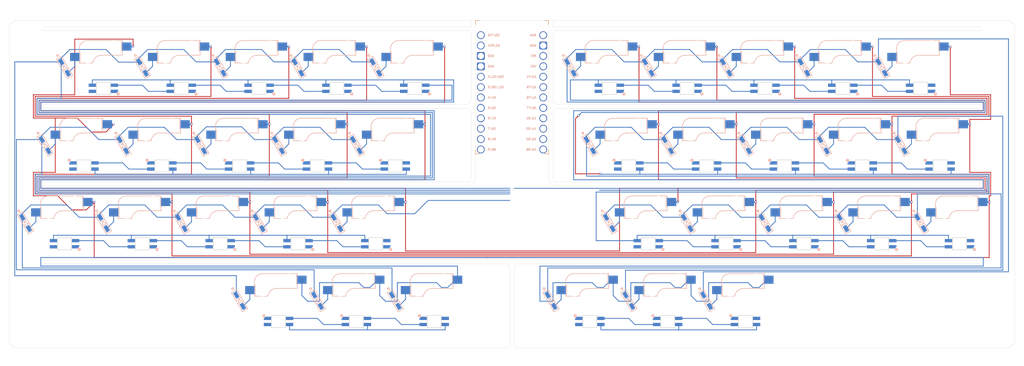
<source format=kicad_pcb>
(kicad_pcb (version 20241229) (generator "pcbnew") (generator_version "9.0")
  (layers (0 "F.Cu" signal) (2 "B.Cu" signal) (13 "F.Paste" user) (15 "B.Paste" user) (5 "F.SilkS" user "F.Silkscreen") (7 "B.SilkS" user "B.Silkscreen") (1 "F.Mask" user) (3 "B.Mask" user) (25 "Edge.Cuts" user))
  (net 0 "")
  (net 1 "Net-(D1-A)")
  (net 2 "R0")
  (net 3 "Net-(D2-A)")
  (net 4 "R4")
  (net 5 "GND")
  (net 6 "Net-(LED1-DOUT)")
  (net 7 "VCC")
  (net 8 "Net-(D3-A)")
  (net 9 "Net-(D4-A)")
  (net 10 "Net-(D5-A)")
  (net 11 "Net-(D6-A)")
  (net 12 "Net-(D7-A)")
  (net 13 "Net-(D8-A)")
  (net 14 "Net-(D9-A)")
  (net 15 "Net-(D10-A)")
  (net 16 "R1")
  (net 17 "Net-(D11-A)")
  (net 18 "Net-(D12-A)")
  (net 19 "Net-(D13-A)")
  (net 20 "Net-(D14-A)")
  (net 21 "Net-(D15-A)")
  (net 22 "Net-(D16-A)")
  (net 23 "Net-(D17-A)")
  (net 24 "Net-(D18-A)")
  (net 25 "Net-(D19-A)")
  (net 26 "Net-(D20-A)")
  (net 27 "Net-(D21-A)")
  (net 28 "R2")
  (net 29 "Net-(D22-A)")
  (net 30 "Net-(D23-A)")
  (net 31 "Net-(D24-A)")
  (net 32 "Net-(D25-A)")
  (net 33 "Net-(D26-A)")
  (net 34 "Net-(D27-A)")
  (net 35 "Net-(D28-A)")
  (net 36 "Net-(D29-A)")
  (net 37 "Net-(D30-A)")
  (net 38 "R3")
  (net 39 "Net-(D31-A)")
  (net 40 "Net-(D32-A)")
  (net 41 "Net-(D33-A)")
  (net 42 "Net-(D34-A)")
  (net 43 "Net-(D35-A)")
  (net 44 "Net-(D36-A)")
  (net 45 "C0")
  (net 46 "C1")
  (net 47 "C2")
  (net 48 "C3")
  (net 49 "C4")
  (net 50 "C5")
  (net 51 "R5")
  (net 52 "Net-(LED1-DIN)")
  (net 53 "Net-(LED2-DIN)")
  (net 54 "Net-(LED3-DIN)")
  (net 55 "Net-(LED4-DIN)")
  (net 56 "Net-(LED15-DOUT)")
  (net 57 "Net-(LED6-DIN)")
  (net 59 "Net-(LED7-DIN)")
  (net 60 "Net-(LED10-DIN)")
  (net 61 "Net-(LED10-DOUT)")
  (net 62 "LED")
  (net 63 "Net-(LED11-DOUT)")
  (net 64 "Net-(LED8-DIN)")
  (net 65 "Net-(LED12-DOUT)")
  (net 66 "Net-(LED13-DOUT)")
  (net 67 "Net-(LED14-DOUT)")
  (net 68 "Net-(LED16-DOUT)")
  (net 69 "Net-(LED21-DIN)")
  (net 70 "Net-(LED22-DIN)")
  (net 71 "Net-(LED23-DIN)")
  (net 72 "Net-(LED24-DIN)")
  (net 73 "Net-(LED17-DOUT)")
  (net 74 "Net-(LED16-DIN)")
  (net 75 "Net-(LED18-DOUT)")
  (net 76 "Net-(LED19-DOUT)")
  (net 77 "Net-(LED21-DOUT)")
  (net 78 "Net-(LED26-DIN)")
  (net 79 "Net-(LED27-DIN)")
  (net 80 "Net-(LED28-DIN)")
  (net 81 "Net-(LED29-DIN)")
  (net 82 "Net-(LED30-DIN)")
  (net 83 "Net-(LED31-DOUT)")
  (net 84 "Net-(LED32-DOUT)")
  (net 85 "Net-(LED33-DOUT)")
  (net 86 "Net-(LED34-DOUT)")
  (net 87 "Net-(LED35-DOUT)")
  (footprint "yolochka:MX-single" (layer "F.Cu") (at 197.5 81 180)
    (property "Reference" "SW17" (hide yes))
    (property "Value" "SW_PUSH" (hide yes))
  )
  (footprint "yolochka:MX-single" (layer "F.Cu") (at 202.25 100 180)
    (property "Reference" "SW27" (hide yes))
    (property "Value" "SW_PUSH" (hide yes))
  )
  (footprint "yolochka:MX-single" (layer "F.Cu") (at 40.75 100 180)
    (property "Reference" "SW21" (hide yes))
    (property "Value" "SW_PUSH" (hide yes))
  )
  (footprint "yolochka:YS-SK6812MINI-E_single" (layer "F.Cu") (at 83.5 86.08 180)
    (property "Reference" "LED13" (hide yes))
    (property "Value" "YS-SK6812MINI-E" (hide yes))
    (fp_line (start 1.7 1.5) (end 1.7 -1.5) (stroke (width 0.12)) (layer "Edge.Cuts"))
    (fp_line (start 1.7 -1.5) (end -1.7 -1.5) (stroke (width 0.12)) (layer "Edge.Cuts"))
    (fp_line (start -1.7 1.5) (end 1.7 1.5) (stroke (width 0.12)) (layer "Edge.Cuts"))
    (fp_line (start -1.7 -1.5) (end -1.7 1.5) (stroke (width 0.12)) (layer "Edge.Cuts"))
  )
  (footprint "yolochka:YS-SK6812MINI-E_single" (layer "F.Cu") (at 216.5 86.08 180)
    (property "Reference" "LED18" (hide yes))
    (property "Value" "YS-SK6812MINI-E" (hide yes))
    (fp_line (start 1.7 1.5) (end 1.7 -1.5) (stroke (width 0.12)) (layer "Edge.Cuts"))
    (fp_line (start 1.7 -1.5) (end -1.7 -1.5) (stroke (width 0.12)) (layer "Edge.Cuts"))
    (fp_line (start -1.7 1.5) (end 1.7 1.5) (stroke (width 0.12)) (layer "Edge.Cuts"))
    (fp_line (start -1.7 -1.5) (end -1.7 1.5) (stroke (width 0.12)) (layer "Edge.Cuts"))
  )
  (footprint "yolochka:MX-single" (layer "F.Cu") (at 259.25 100 180)
    (property "Reference" "SW30" (hide yes))
    (property "Value" "SW_PUSH" (hide yes))
  )
  (footprint "yolochka:MX-single" (layer "F.Cu") (at 97.75 100 180)
    (property "Reference" "SW24" (hide yes))
    (property "Value" "SW_PUSH" (hide yes))
  )
  (footprint "yolochka:YS-SK6812MINI-E_single" (layer "F.Cu") (at 183.25 105.08)
    (property "Reference" "LED26" (hide yes))
    (property "Value" "YS-SK6812MINI-E" (hide yes))
    (fp_line (start -1.7 -1.5) (end -1.7 1.5) (stroke (width 0.12)) (layer "Edge.Cuts"))
    (fp_line (start -1.7 1.5) (end 1.7 1.5) (stroke (width 0.12)) (layer "Edge.Cuts"))
    (fp_line (start 1.7 -1.5) (end -1.7 -1.5) (stroke (width 0.12)) (layer "Edge.Cuts"))
    (fp_line (start 1.7 1.5) (end 1.7 -1.5) (stroke (width 0.12)) (layer "Edge.Cuts"))
  )
  (footprint "yolochka:D3_SMD_single" (layer "F.Cu") (at 183.25 62 -60)
    (property "Reference" "D7" (hide yes))
    (property "Value" "1N4148" (hide yes))
  )
  (footprint "yolochka:D3_SMD_single" (layer "F.Cu") (at 192.75 100 -60)
    (property "Reference" "D27" (hide yes))
    (property "Value" "1N4148" (hide yes))
  )
  (footprint "yolochka:YS-SK6812MINI-E_single" (layer "F.Cu") (at 45.5 86.08 180)
    (property "Reference" "LED11" (hide yes))
    (property "Value" "YS-SK6812MINI-E" (hide yes))
    (fp_line (start 1.7 1.5) (end 1.7 -1.5) (stroke (width 0.12)) (layer "Edge.Cuts"))
    (fp_line (start 1.7 -1.5) (end -1.7 -1.5) (stroke (width 0.12)) (layer "Edge.Cuts"))
    (fp_line (start -1.7 1.5) (end 1.7 1.5) (stroke (width 0.12)) (layer "Edge.Cuts"))
    (fp_line (start -1.7 -1.5) (end -1.7 1.5) (stroke (width 0.12)) (layer "Edge.Cuts"))
  )
  (footprint "yolochka:YS-SK6812MINI-E_single" (layer "F.Cu") (at 40.75 105.08)
    (property "Reference" "LED21" (hide yes))
    (property "Value" "YS-SK6812MINI-E" (hide yes))
    (fp_line (start -1.7 -1.5) (end -1.7 1.5) (stroke (width 0.12)) (layer "Edge.Cuts"))
    (fp_line (start -1.7 1.5) (end 1.7 1.5) (stroke (width 0.12)) (layer "Edge.Cuts"))
    (fp_line (start 1.7 -1.5) (end -1.7 -1.5) (stroke (width 0.12)) (layer "Edge.Cuts"))
    (fp_line (start 1.7 1.5) (end 1.7 -1.5) (stroke (width 0.12)) (layer "Edge.Cuts"))
  )
  (footprint "yolochka:D3_SMD_single" (layer "F.Cu") (at 83.5 119 -60)
    (property "Reference" "D31" (hide yes))
    (property "Value" "1N4148" (hide yes))
  )
  (footprint "yolochka:D3_SMD_single" (layer "F.Cu") (at 78.75 62 -60)
    (property "Reference" "D3" (hide yes))
    (property "Value" "1N4148" (hide yes))
  )
  (footprint "yolochka:MX-single" (layer "F.Cu") (at 131 119 180)
    (property "Reference" "SW33" (hide yes))
    (property "Value" "SW_PUSH" (hide yes))
  )
  (footprint "yolochka:MX-single" (layer "F.Cu") (at 207 119 180)
    (property "Reference" "SW36" (hide yes))
    (property "Value" "SW_PUSH" (hide yes))
  )
  (footprint "yolochka:YS-SK6812MINI-E_single" (layer "F.Cu") (at 78.75 105.08)
    (property "Reference" "LED23" (hide yes))
    (property "Value" "YS-SK6812MINI-E" (hide yes))
    (fp_line (start -1.7 -1.5) (end -1.7 1.5) (stroke (width 0.12)) (layer "Edge.Cuts"))
    (fp_line (start -1.7 1.5) (end 1.7 1.5) (stroke (width 0.12)) (layer "Edge.Cuts"))
    (fp_line (start 1.7 -1.5) (end -1.7 -1.5) (stroke (width 0.12)) (layer "Edge.Cuts"))
    (fp_line (start 1.7 1.5) (end 1.7 -1.5) (stroke (width 0.12)) (layer "Edge.Cuts"))
  )
  (footprint "yolochka:YS-SK6812MINI-E_single" (layer "F.Cu") (at 107.25 67.08)
    (property "Reference" "LED4" (hide yes))
    (property "Value" "YS-SK6812MINI-E" (hide yes))
    (fp_line (start -1.7 -1.5) (end -1.7 1.5) (stroke (width 0.12)) (layer "Edge.Cuts"))
    (fp_line (start -1.7 1.5) (end 1.7 1.5) (stroke (width 0.12)) (layer "Edge.Cuts"))
    (fp_line (start 1.7 -1.5) (end -1.7 -1.5) (stroke (width 0.12)) (layer "Edge.Cuts"))
    (fp_line (start 1.7 1.5) (end 1.7 -1.5) (stroke (width 0.12)) (layer "Edge.Cuts"))
  )
  (footprint "yolochka:MX-single" (layer "F.Cu") (at 192.75 62 180)
    (property "Reference" "SW7" (hide yes))
    (property "Value" "SW_PUSH" (hide yes))
  )
  (footprint "yolochka:D3_SMD_single" (layer "F.Cu") (at 211.75 100 -60)
    (property "Reference" "D28" (hide yes))
    (property "Value" "1N4148" (hide yes))
  )
  (footprint "yolochka:YS-SK6812MINI-E_single" (layer "F.Cu") (at 126.25 67.08)
    (property "Reference" "LED5" (hide yes))
    (property "Value" "YS-SK6812MINI-E" (hide yes))
    (fp_line (start -1.7 -1.5) (end -1.7 1.5) (stroke (width 0.12)) (layer "Edge.Cuts"))
    (fp_line (start -1.7 1.5) (end 1.7 1.5) (stroke (width 0.12)) (layer "Edge.Cuts"))
    (fp_line (start 1.7 -1.5) (end -1.7 -1.5) (stroke (width 0.12)) (layer "Edge.Cuts"))
    (fp_line (start 1.7 1.5) (end 1.7 -1.5) (stroke (width 0.12)) (layer "Edge.Cuts"))
  )
  (footprint "yolochka:YS-SK6812MINI-E_single" (layer "F.Cu") (at 230.75 67.08)
    (property "Reference" "LED9" (hide yes))
    (property "Value" "YS-SK6812MINI-E" (hide yes))
    (fp_line (start -1.7 -1.5) (end -1.7 1.5) (stroke (width 0.12)) (layer "Edge.Cuts"))
    (fp_line (start -1.7 1.5) (end 1.7 1.5) (stroke (width 0.12)) (layer "Edge.Cuts"))
    (fp_line (start 1.7 -1.5) (end -1.7 -1.5) (stroke (width 0.12)) (layer "Edge.Cuts"))
    (fp_line (start 1.7 1.5) (end 1.7 -1.5) (stroke (width 0.12)) (layer "Edge.Cuts"))
  )
  (footprint "yolochka:D3_SMD_single" (layer "F.Cu") (at 202.25 62 -60)
    (property "Reference" "D8" (hide yes))
    (property "Value" "1N4148" (hide yes))
  )
  (footprint "yolochka:YS-SK6812MINI-E_single" (layer "F.Cu") (at 93 124.08 180)
    (property "Reference" "LED31" (hide yes))
    (property "Value" "YS-SK6812MINI-E" (hide yes))
    (fp_line (start 1.7 1.5) (end 1.7 -1.5) (stroke (width 0.12)) (layer "Edge.Cuts"))
    (fp_line (start 1.7 -1.5) (end -1.7 -1.5) (stroke (width 0.12)) (layer "Edge.Cuts"))
    (fp_line (start -1.7 1.5) (end 1.7 1.5) (stroke (width 0.12)) (layer "Edge.Cuts"))
    (fp_line (start -1.7 -1.5) (end -1.7 1.5) (stroke (width 0.12)) (layer "Edge.Cuts"))
  )
  (footprint "yolochka:YS-SK6812MINI-E_single" (layer "F.Cu") (at 102.5 86.08 180)
    (property "Reference" "LED14" (hide yes))
    (property "Value" "YS-SK6812MINI-E" (hide yes))
    (fp_line (start 1.7 1.5) (end 1.7 -1.5) (stroke (width 0.12)) (layer "Edge.Cuts"))
    (fp_line (start 1.7 -1.5) (end -1.7 -1.5) (stroke (width 0.12)) (layer "Edge.Cuts"))
    (fp_line (start -1.7 1.5) (end 1.7 1.5) (stroke (width 0.12)) (layer "Edge.Cuts"))
    (fp_line (start -1.7 -1.5) (end -1.7 1.5) (stroke (width 0.12)) (layer "Edge.Cuts"))
  )
  (footprint "yolochka:D3_SMD_single" (layer "F.Cu") (at 55 81 -60)
    (property "Reference" "D12" (hide yes))
    (property "Value" "1N4148" (hide yes))
  )
  (footprint "yolochka:YS-SK6812MINI-E_single" (layer "F.Cu") (at 59.75 105.08)
    (property "Reference" "LED22" (hide yes))
    (property "Value" "YS-SK6812MINI-E" (hide yes))
    (fp_line (start -1.7 -1.5) (end -1.7 1.5) (stroke (width 0.12)) (layer "Edge.Cuts"))
    (fp_line (start -1.7 1.5) (end 1.7 1.5) (stroke (width 0.12)) (layer "Edge.Cuts"))
    (fp_line (start 1.7 -1.5) (end -1.7 -1.5) (stroke (width 0.12)) (layer "Edge.Cuts"))
    (fp_line (start 1.7 1.5) (end 1.7 -1.5) (stroke (width 0.12)) (layer "Edge.Cuts"))
  )
  (footprint "yolochka:D3_SMD_single" (layer "F.Cu") (at 230.75 100 -60)
    (property "Reference" "D29" (hide yes))
    (property "Value" "1N4148" (hide yes))
  )
  (footprint "yolochka:YS-SK6812MINI-E_single" (layer "F.Cu") (at 207 124.08 180)
    (property "Reference" "LED36" (hide yes))
    (property "Value" "YS-SK6812MINI-E" (hide yes))
    (fp_line (start 1.7 1.5) (end 1.7 -1.5) (stroke (width 0.12)) (layer "Edge.Cuts"))
    (fp_line (start 1.7 -1.5) (end -1.7 -1.5) (stroke (width 0.12)) (layer "Edge.Cuts"))
    (fp_line (start -1.7 1.5) (end 1.7 1.5) (stroke (width 0.12)) (layer "Edge.Cuts"))
    (fp_line (start -1.7 -1.5) (end -1.7 1.5) (stroke (width 0.12)) (layer "Edge.Cuts"))
  )
  (footprint "yolochka:MX-single" (layer "F.Cu") (at 235.5 81 180)
    (property "Reference" "SW19" (hide yes))
    (property "Value" "SW_PUSH" (hide yes))
  )
  (footprint "yolochka:YS-SK6812MINI-E_single" (layer "F.Cu") (at 97.75 105.08)
    (property "Reference" "LED24" (hide yes))
    (property "Value" "YS-SK6812MINI-E" (hide yes))
    (fp_line (start -1.7 -1.5) (end -1.7 1.5) (stroke (width 0.12)) (layer "Edge.Cuts"))
    (fp_line (start -1.7 1.5) (end 1.7 1.5) (stroke (width 0.12)) (layer "Edge.Cuts"))
    (fp_line (start 1.7 -1.5) (end -1.7 -1.5) (stroke (width 0.12)) (layer "Edge.Cuts"))
    (fp_line (start 1.7 1.5) (end 1.7 -1.5) (stroke (width 0.12)) (layer "Edge.Cuts"))
  )
  (footprint "yolochka:D3_SMD_single" (layer "F.Cu") (at 116.75 62 -60)
    (property "Reference" "D5" (hide yes))
    (property "Value" "1N4148" (hide yes))
  )
  (footprint "yolochka:YS-SK6812MINI-E_single" (layer "F.Cu") (at 202.25 105.08)
    (property "Reference" "LED27" (hide yes))
    (property "Value" "YS-SK6812MINI-E" (hide yes))
    (fp_line (start -1.7 -1.5) (end -1.7 1.5) (stroke (width 0.12)) (layer "Edge.Cuts"))
    (fp_line (start -1.7 1.5) (end 1.7 1.5) (stroke (width 0.12)) (layer "Edge.Cuts"))
    (fp_line (start 1.7 -1.5) (end -1.7 -1.5) (stroke (width 0.12)) (layer "Edge.Cuts"))
    (fp_line (start 1.7 1.5) (end 1.7 -1.5) (stroke (width 0.12)) (layer "Edge.Cuts"))
  )
  (footprint "yolochka:MX-single" (layer "F.Cu") (at 64.5 81 180)
    (property "Reference" "SW12" (hide yes))
    (property "Value" "SW_PUSH" (hide yes))
  )
  (footprint "yolochka:D3_SMD_single" (layer "F.Cu") (at 207 81 -60)
    (property "Reference" "D18" (hide yes))
    (property "Value" "1N4148" (hide yes))
  )
  (footprint "yolochka:D3_SMD_single" (layer "F.Cu") (at 50.25 100 -60)
    (property "Reference" "D22" (hide yes))
    (property "Value" "1N4148" (hide yes))
  )
  (footprint "yolochka:D3_SMD_single" (layer "F.Cu") (at 173.75 100 -60)
    (property "Reference" "D26" (hide yes))
    (property "Value" "1N4148" (hide yes))
  )
  (footprint "yolochka:MX-single" (layer "F.Cu") (at 216.5 81 180)
    (property "Reference" "SW18" (hide yes))
    (property "Value" "SW_PUSH" (hide yes))
  )
  (footprint "yolochka:YS-SK6812MINI-E_single" (layer "F.Cu") (at 254.5 86.08 180)
    (property "Reference" "LED20" (hide yes))
    (property "Value" "YS-SK6812MINI-E" (hide yes))
    (fp_line (start 1.7 1.5) (end 1.7 -1.5) (stroke (width 0.12)) (layer "Edge.Cuts"))
    (fp_line (start 1.7 -1.5) (end -1.7 -1.5) (stroke (width 0.12)) (layer "Edge.Cuts"))
    (fp_line (start -1.7 1.5) (end 1.7 1.5) (stroke (width 0.12)) (layer "Edge.Cuts"))
    (fp_line (start -1.7 -1.5) (end -1.7 1.5) (stroke (width 0.12)) (layer "Edge.Cuts"))
  )
  (footprint "yolochka:D3_SMD_single" (layer "F.Cu") (at 36 81 -60)
    (property "Reference" "D11" (hide yes))
    (property "Value" "1N4148" (hide yes))
  )
  (footprint "yolochka:MX-single" (layer "F.Cu") (at 249.75 62 180)
    (property "Reference" "SW10" (hide yes))
    (property "Value" "SW_PUSH" (hide yes))
  )
  (footprint "yolochka:D3_SMD_single" (layer "F.Cu") (at 159.5 119 -60)
    (property "Reference" "D34" (hide yes))
    (property "Value" "1N4148" (hide yes))
  )
  (footprint "yolochka:MX-single" (layer "F.Cu") (at 221.25 100 180)
    (property "Reference" "SW28" (hide yes))
    (property "Value" "SW_PUSH" (hide yes))
  )
  (footprint "yolochka:D3_SMD_single" (layer "F.Cu") (at 40.75 62 -60)
    (property "Reference" "D1" (hide yes))
    (property "Value" "1N4148" (hide yes))
  )
  (footprint "yolochka:YS-SK6812MINI-E_single" (layer "F.Cu") (at 211.75 67.08)
    (property "Reference" "LED8" (hide yes))
    (property "Value" "YS-SK6812MINI-E" (hide yes))
    (fp_line (start -1.7 -1.5) (end -1.7 1.5) (stroke (width 0.12)) (layer "Edge.Cuts"))
    (fp_line (start -1.7 1.5) (end 1.7 1.5) (stroke (width 0.12)) (layer "Edge.Cuts"))
    (fp_line (start 1.7 -1.5) (end -1.7 -1.5) (stroke (width 0.12)) (layer "Edge.Cuts"))
    (fp_line (start 1.7 1.5) (end 1.7 -1.5) (stroke (width 0.12)) (layer "Edge.Cuts"))
  )
  (footprint "yolochka:D3_SMD_single" (layer "F.Cu") (at 97.75 62 -60)
    (property "Reference" "D4" (hide yes))
    (property "Value" "1N4148" (hide yes))
  )
  (footprint "yolochka:MX-single" (layer "F.Cu") (at 126.25 62 180)
    (property "Reference" "SW5" (hide yes))
    (property "Value" "SW_PUSH" (hide yes))
  )
  (footprint "yolochka:MX-single" (layer "F.Cu") (at 178.5 81 180)
    (property "Reference" "SW16" (hide yes))
    (property "Value" "SW_PUSH" (hide yes))
  )
  (footprint "yolochka:D3_SMD_single" (layer "F.Cu") (at 178.5 119 -60)
    (property "Reference" "D35" (hide yes))
    (property "Value" "1N4148" (hide yes))
  )
  (footprint "yolochka:D3_SMD_single" (layer "F.Cu") (at 69.25 100 -60)
    (property "Reference" "D23" (hide yes))
    (property "Value" "1N4148" (hide yes))
  )
  (footprint "yolochka:YS-SK6812MINI-E_single" (layer "F.Cu") (at 112 124.08 180)
    (property "Reference" "LED32" (hide yes))
    (property "Value" "YS-SK6812MINI-E" (hide yes))
    (fp_line (start 1.7 1.5) (end 1.7 -1.5) (stroke (width 0.12)) (layer "Edge.Cuts"))
    (fp_line (start 1.7 -1.5) (end -1.7 -1.5) (stroke (width 0.12)) (layer "Edge.Cuts"))
    (fp_line (start -1.7 1.5) (end 1.7 1.5) (stroke (width 0.12)) (layer "Edge.Cuts"))
    (fp_line (start -1.7 -1.5) (end -1.7 1.5) (stroke (width 0.12)) (layer "Edge.Cuts"))
  )
  (footprint "yolochka:MX-single" (layer "F.Cu") (at 93 119 180)
    (property "Reference" "SW31" (hide yes))
    (property "Value" "SW_PUSH" (hide yes))
  )
  (footprint "yolochka:YS-SK6812MINI-E_single" (layer "F.Cu") (at 197.5 86.08 180)
    (property "Reference" "LED17" (hide yes))
    (property "Value" "YS-SK6812MINI-E" (hide yes))
    (fp_line (start 1.7 1.5) (end 1.7 -1.5) (stroke (width 0.12)) (layer "Edge.Cuts"))
    (fp_line (start 1.7 -1.5) (end -1.7 -1.5) (stroke (width 0.12)) (layer "Edge.Cuts"))
    (fp_line (start -1.7 1.5) (end 1.7 1.5) (stroke (width 0.12)) (layer "Edge.Cuts"))
    (fp_line (start -1.7 -1.5) (end -1.7 1.5) (stroke (width 0.12)) (layer "Edge.Cuts"))
  )
  (footprint "yolochka:MX-single" (layer "F.Cu") (at 107.25 62 180)
    (property "Reference" "SW4" (hide yes))
    (property "Value" "SW_PUSH" (hide yes))
  )
  (footprint "yolochka:YS-SK6812MINI-E_single" (layer "F.Cu") (at 259.25 105.08)
    (property "Reference" "LED30" (hide yes))
    (property "Value" "YS-SK6812MINI-E" (hide yes))
    (fp_line (start -1.7 -1.5) (end -1.7 1.5) (stroke (width 0.12)) (layer "Edge.Cuts"))
    (fp_line (start -1.7 1.5) (end 1.7 1.5) (stroke (width 0.12)) (layer "Edge.Cuts"))
    (fp_line (start 1.7 -1.5) (end -1.7 -1.5) (stroke (width 0.12)) (layer "Edge.Cuts"))
    (fp_line (start 1.7 1.5) (end 1.7 -1.5) (stroke (width 0.12)) (layer "Edge.Cuts"))
  )
  (footprint "yolochka:YS-SK6812MINI-E_single" (layer "F.Cu") (at 221.25 105.08)
    (property "Reference" "LED28" (hide yes))
    (property "Value" "YS-SK6812MINI-E" (hide yes))
    (fp_line (start -1.7 -1.5) (end -1.7 1.5) (stroke (width 0.12)) (layer "Edge.Cuts"))
    (fp_line (start -1.7 1.5) (end 1.7 1.5) (stroke (width 0.12)) (layer "Edge.Cuts"))
    (fp_line (start 1.7 -1.5) (end -1.7 -1.5) (stroke (width 0.12)) (layer "Edge.Cuts"))
    (fp_line (start 1.7 1.5) (end 1.7 -1.5) (stroke (width 0.12)) (layer "Edge.Cuts"))
  )
  (footprint "yolochka:D3_SMD_single" (layer "F.Cu") (at 249.75 100 -60)
    (property "Reference" "D30" (hide yes))
    (property "Value" "1N4148" (hide yes))
  )
  (footprint "yolochka:D3_SMD_single" (layer "F.Cu") (at 221.25 62 -60)
    (property "Reference" "D9" (hide yes))
    (property "Value" "1N4148" (hide yes))
  )
  (footprint "yolochka:YS-SK6812MINI-E_single" (layer "F.Cu") (at 69.25 67.08)
    (property "Reference" "LED2" (hide yes))
    (property "Value" "YS-SK6812MINI-E" (hide yes))
    (fp_line (start -1.7 -1.5) (end -1.7 1.5) (stroke (width 0.12)) (layer "Edge.Cuts"))
    (fp_line (start -1.7 1.5) (end 1.7 1.5) (stroke (width 0.12)) (layer "Edge.Cuts"))
    (fp_line (start 1.7 -1.5) (end -1.7 -1.5) (stroke (width 0.12)) (layer "Edge.Cuts"))
    (fp_line (start 1.7 1.5) (end 1.7 -1.5) (stroke (width 0.12)) (layer "Edge.Cuts"))
  )
  (footprint "yolochka:MX-single" (layer "F.Cu") (at 59.75 100 180)
    (property "Reference" "SW22" (hide yes))
    (property "Value" "SW_PUSH" (hide yes))
  )
  (footprint "yolochka:YS-SK6812MINI-E_single" (layer "F.Cu") (at 121.5 86.08 180)
    (property "Reference" "LED15" (hide yes))
    (property "Value" "YS-SK6812MINI-E" (hide yes))
    (fp_line (start 1.7 1.5) (end 1.7 -1.5) (stroke (width 0.12)) (layer "Edge.Cuts"))
    (fp_line (start 1.7 -1.5) (end -1.7 -1.5) (stroke (width 0.12)) (layer "Edge.Cuts"))
    (fp_line (start -1.7 1.5) (end 1.7 1.5) (stroke (width 0.12)) (layer "Edge.Cuts"))
    (fp_line (start -1.7 -1.5) (end -1.7 1.5) (stroke (width 0.12)) (layer "Edge.Cuts"))
  )
  (footprint "yolochka:YS-SK6812MINI-E_single" (layer "F.Cu") (at 235.5 86.08 180)
    (property "Reference" "LED19" (hide yes))
    (property "Value" "YS-SK6812MINI-E" (hide yes))
    (fp_line (start 1.7 1.5) (end 1.7 -1.5) (stroke (width 0.12)) (layer "Edge.Cuts"))
    (fp_line (start 1.7 -1.5) (end -1.7 -1.5) (stroke (width 0.12)) (layer "Edge.Cuts"))
    (fp_line (start -1.7 1.5) (end 1.7 1.5) (stroke (width 0.12)) (layer "Edge.Cuts"))
    (fp_line (start -1.7 -1.5) (end -1.7 1.5) (stroke (width 0.12)) (layer "Edge.Cuts"))
  )
  (footprint "yolochka:D3_SMD_single" (layer "F.Cu") (at 197.5 119 -60)
    (property "Reference" "D36" (hide yes))
    (property "Value" "1N4148" (hide yes))
  )
  (footprint "yolochka:MX-single" (layer "F.Cu") (at 121.5 81 180)
    (property "Reference" "SW15" (hide yes))
    (property "Value" "SW_PUSH" (hide yes))
  )
  (footprint "yolochka:YS-SK6812MINI-E_single" (layer "F.Cu") (at 169 124.08 180)
    (property "Reference" "LED34" (hide yes))
    (property "Value" "YS-SK6812MINI-E" (hide yes))
    (fp_line (start 1.7 1.5) (end 1.7 -1.5) (stroke (width 0.12)) (layer "Edge.Cuts"))
    (fp_line (start 1.7 -1.5) (end -1.7 -1.5) (stroke (width 0.12)) (layer "Edge.Cuts"))
    (fp_line (start -1.7 1.5) (end 1.7 1.5) (stroke (width 0.12)) (layer "Edge.Cuts"))
    (fp_line (start -1.7 -1.5) (end -1.7 1.5) (stroke (width 0.12)) (layer "Edge.Cuts"))
  )
  (footprint "yolochka:YS-SK6812MINI-E_single" (layer "F.Cu") (at 188 124.08 180)
    (property "Reference" "LED35" (hide yes))
    (property "Value" "YS-SK6812MINI-E" (hide yes))
    (fp_line (start 1.7 1.5) (end 1.7 -1.5) (stroke (width 0.12)) (layer "Edge.Cuts"))
    (fp_line (start 1.7 -1.5) (end -1.7 -1.5) (stroke (width 0.12)) (layer "Edge.Cuts"))
    (fp_line (start -1.7 1.5) (end 1.7 1.5) (stroke (width 0.12)) (layer "Edge.Cuts"))
    (fp_line (start -1.7 -1.5) (end -1.7 1.5) (stroke (width 0.12)) (layer "Edge.Cuts"))
  )
  (footprint "yolochka:D3_SMD_single" (layer "F.Cu") (at 107.25 100 -60)
    (property "Reference" "D25" (hide yes))
    (property "Value" "1N4148" (hide yes))
  )
  (footprint "yolochka:D3_SMD_single" (layer "F.Cu") (at 188 81 -60)
    (property "Reference" "D17" (hide yes))
    (property "Value" "1N4148" (hide yes))
  )
  (footprint "yolochka:MX-single" (layer "F.Cu") (at 183.25 100 180)
    (property "Reference" "SW26" (hide yes))
    (property "Value" "SW_PUSH" (hide yes))
  )
  (footprint "yolochka:MX-single" (layer "F.Cu") (at 188 119 180)
    (property "Reference" "SW35" (hide yes))
    (property "Value" "SW_PUSH" (hide yes))
  )
  (footprint "yolochka:MX-single" (layer "F.Cu") (at 69.25 62 180)
    (property "Reference" "SW2" (hide yes))
    (property "Value" "SW_PUSH" (hide yes))
  )
  (footprint "yolochka:MX-single" (layer "F.Cu") (at 45.5 81 180)
    (property "Reference" "SW11" (hide yes))
    (property "Value" "SW_PUSH" (hide yes))
  )
  (footprint "yolochka:MX-single" (layer "F.Cu") (at 102.5 81 180)
    (property "Reference" "SW14" (hide yes))
    (property "Value" "SW_PUSH" (hide yes))
  )
  (footprint "yolochka:MX-single" (layer "F.Cu") (at 173.75 62 180)
    (property "Reference" "SW6" (hide yes))
    (property "Value" "SW_PUSH" (hide yes))
  )
  (footprint "yolochka:D3_SMD_single" (layer "F.Cu") (at 31.25 100 -60)
    (property "Reference" "D21" (hide yes))
    (property "Value" "1N4148" (hide yes))
  )
  (footprint "yolochka:MX-single" (layer "F.Cu") (at 78.75 100 180)
    (property "Reference" "SW23" (hide yes))
    (property "Value" "SW_PUSH" (hide yes))
  )
  (footprint "yolochka:YS-SK6812MINI-E_single" (layer "F.Cu") (at 178.5 86.08 180)
    (property "Reference" "LED16" (hide yes))
    (property "Value" "YS-SK6812MINI-E" (hide yes))
    (fp_line (start 1.7 1.5) (end 1.7 -1.5) (stroke (width 0.12)) (layer "Edge.Cuts"))
    (fp_line (start 1.7 -1.5) (end -1.7 -1.5) (stroke (width 0.12)) (layer "Edge.Cuts"))
    (fp_line (start -1.7 1.5) (end 1.7 1.5) (stroke (width 0.12)) (layer "Edge.Cuts"))
    (fp_line (start -1.7 -1.5) (end -1.7 1.5) (stroke (width 0.12)) (layer "Edge.Cuts"))
  )
  (footprint "yolochka:D3_SMD_single" (layer "F.Cu") (at 169 81 -60)
    (property "Reference" "D16" (hide yes))
    (property "Value" "1N4148" (hide yes))
  )
  (footprint "yolochka:MX-single" (layer "F.Cu") (at 169 119 180)
    (property "Reference" "SW34" (hide yes))
    (property "Value" "SW_PUSH" (hide yes))
  )
  (footprint "yolochka:YS-SK6812MINI-E_single" (layer "F.Cu") (at 50.25 67.08)
    (property "Reference" "LED1" (hide yes))
    (property "Value" "YS-SK6812MINI-E" (hide yes))
    (fp_line (start -1.7 -1.5) (end -1.7 1.5) (stroke (width 0.12)) (layer "Edge.Cuts"))
    (fp_line (start -1.7 1.5) (end 1.7 1.5) (stroke (width 0.12)) (layer "Edge.Cuts"))
    (fp_line (start 1.7 -1.5) (end -1.7 -1.5) (stroke (width 0.12)) (layer "Edge.Cuts"))
    (fp_line (start 1.7 1.5) (end 1.7 -1.5) (stroke (width 0.12)) (layer "Edge.Cuts"))
  )
  (footprint "yolochka:YS-SK6812MINI-E_single" (layer "F.Cu") (at 64.5 86.08 180)
    (property "Reference" "LED12" (hide yes))
    (property "Value" "YS-SK6812MINI-E" (hide yes))
    (fp_line (start 1.7 1.5) (end 1.7 -1.5) (stroke (width 0.12)) (layer "Edge.Cuts"))
    (fp_line (start 1.7 -1.5) (end -1.7 -1.5) (stroke (width 0.12)) (layer "Edge.Cuts"))
    (fp_line (start -1.7 1.5) (end 1.7 1.5) (stroke (width 0.12)) (layer "Edge.Cuts"))
    (fp_line (start -1.7 -1.5) (end -1.7 1.5) (stroke (width 0.12)) (layer "Edge.Cuts"))
  )
  (footprint "yolochka:MX-single" (layer "F.Cu") (at 83.5 81 180)
    (property "Reference" "SW13" (hide yes))
    (property "Value" "SW_PUSH" (hide yes))
  )
  (footprint "yolochka:YS-SK6812MINI-E_single" (layer "F.Cu") (at 173.75 67.08)
    (property "Reference" "LED6" (hide yes))
    (property "Value" "YS-SK6812MINI-E" (hide yes))
    (fp_line (start -1.7 -1.5) (end -1.7 1.5) (stroke (width 0.12)) (layer "Edge.Cuts"))
    (fp_line (start -1.7 1.5) (end 1.7 1.5) (stroke (width 0.12)) (layer "Edge.Cuts"))
    (fp_line (start 1.7 -1.5) (end -1.7 -1.5) (stroke (width 0.12)) (layer "Edge.Cuts"))
    (fp_line (start 1.7 1.5) (end 1.7 -1.5) (stroke (width 0.12)) (layer "Edge.Cuts"))
  )
  (footprint "yolochka:D3_SMD_single" (layer "F.Cu") (at 240.25 62 -60)
    (property "Reference" "D10" (hide yes))
    (property "Value" "1N4148" (hide yes))
  )
  (footprint "yolochka:D3_SMD_single" (layer "F.Cu") (at 88.25 100 -60)
    (property "Reference" "D24" (hide yes))
    (property "Value" "1N4148" (hide yes))
  )
  (footprint "yolochka:MX-single" (layer "F.Cu") (at 88.25 62 180)
    (property "Reference" "SW3" (hide yes))
    (property "Value" "SW_PUSH" (hide yes))
  )
  (footprint "yolochka:MX-single" (layer "F.Cu") (at 240.25 100 180)
    (property "Reference" "SW29" (hide yes))
    (property "Value" "SW_PUSH" (hide yes))
  )
  (footprint "yolochka:YS-SK6812MINI-E_single" (layer "F.Cu") (at 240.25 105.08)
    (property "Reference" "LED29" (hide yes))
    (property "Value" "YS-SK6812MINI-E" (hide yes))
    (fp_line (start -1.7 -1.5) (end -1.7 1.5) (stroke (width 0.12)) (layer "Edge.Cuts"))
    (fp_line (start -1.7 1.5) (end 1.7 1.5) (stroke (width 0.12)) (layer "Edge.Cuts"))
    (fp_line (start 1.7 -1.5) (end -1.7 -1.5) (stroke (width 0.12)) (layer "Edge.Cuts"))
    (fp_line (start 1.7 1.5) (end 1.7 -1.5) (stroke (width 0.12)) (layer "Edge.Cuts"))
  )
  (footprint "yolochka:MX-single" (layer "F.Cu") (at 211.75 62 180)
    (property "Reference" "SW8" (hide yes))
    (property "Value" "SW_PUSH" (hide yes))
  )
  (footprint "yolochka:SuperMini" (layer "F.Cu") (at 150 66.8)
    (property "Reference" "U1" (hide yes))
    (property "Value" "ProMicro_r" (hide yes))
  )
  (footprint "yolochka:MX-single" (layer "F.Cu") (at 254.5 81 180)
    (property "Reference" "SW20" (hide yes))
    (property "Value" "SW_PUSH" (hide yes))
  )
  (footprint "yolochka:D3_SMD_single" (layer "F.Cu") (at 59.75 62 -60)
    (property "Reference" "D2" (hide yes))
    (property "Value" "1N4148" (hide yes))
  )
  (footprint "yolochka:MX-single" (layer "F.Cu") (at 50.25 62 180)
    (property "Reference" "SW1" (hide yes))
    (property "Value" "SW_PUSH" (hide yes))
  )
  (footprint "yolochka:D3_SMD_single" (layer "F.Cu") (at 93 81 -60)
    (property "Reference" "D14" (hide yes))
    (property "Value" "1N4148" (hide yes))
  )
  (footprint "yolochka:D3_SMD_single" (layer "F.Cu") (at 121.5 119 -60)
    (property "Reference" "D33" (hide yes))
    (property "Value" "1N4148" (hide yes))
  )
  (footprint "yolochka:YS-SK6812MINI-E_single" (layer "F.Cu") (at 249.75 67.08)
    (property "Reference" "LED10" (hide yes))
    (property "Value" "YS-SK6812MINI-E" (hide yes))
    (fp_line (start -1.7 -1.5) (end -1.7 1.5) (stroke (width 0.12)) (layer "Edge.Cuts"))
    (fp_line (start -1.7 1.5) (end 1.7 1.5) (stroke (width 0.12)) (layer "Edge.Cuts"))
    (fp_line (start 1.7 -1.5) (end -1.7 -1.5) (stroke (width 0.12)) (layer "Edge.Cuts"))
    (fp_line (start 1.7 1.5) (end 1.7 -1.5) (stroke (width 0.12)) (layer "Edge.Cuts"))
  )
  (footprint "yolochka:YS-SK6812MINI-E_single" (layer "F.Cu") (at 116.75 105.08)
    (property "Reference" "LED25" (hide yes))
    (property "Value" "YS-SK6812MINI-E" (hide yes))
    (fp_line (start -1.7 -1.5) (end -1.7 1.5) (stroke (width 0.12)) (layer "Edge.Cuts"))
    (fp_line (start -1.7 1.5) (end 1.7 1.5) (stroke (width 0.12)) (layer "Edge.Cuts"))
    (fp_line (start 1.7 -1.5) (end -1.7 -1.5) (stroke (width 0.12)) (layer "Edge.Cuts"))
    (fp_line (start 1.7 1.5) (end 1.7 -1.5) (stroke (width 0.12)) (layer "Edge.Cuts"))
  )
  (footprint "yolochka:YS-SK6812MINI-E_single" (layer "F.Cu") (at 88.25 67.08)
    (property "Reference" "LED3" (hide yes))
    (property "Value" "YS-SK6812MINI-E" (hide yes))
    (fp_line (start -1.7 -1.5) (end -1.7 1.5) (stroke (width 0.12)) (layer "Edge.Cuts"))
    (fp_line (start -1.7 1.5) (end 1.7 1.5) (stroke (width 0.12)) (layer "Edge.Cuts"))
    (fp_line (start 1.7 -1.5) (end -1.7 -1.5) (stroke (width 0.12)) (layer "Edge.Cuts"))
    (fp_line (start 1.7 1.5) (end 1.7 -1.5) (stroke (width 0.12)) (layer "Edge.Cuts"))
  )
  (footprint "yolochka:MX-single" (layer "F.Cu") (at 230.75 62 180)
    (property "Reference" "SW9" (hide yes))
    (property "Value" "SW_PUSH" (hide yes))
  )
  (footprint "yolochka:D3_SMD_single" (layer "F.Cu") (at 226 81 -60)
    (property "Reference" "D19" (hide yes))
    (property "Value" "1N4148" (hide yes))
  )
  (footprint "yolochka:YS-SK6812MINI-E_single" (layer "F.Cu") (at 192.75 67.08)
    (property "Reference" "LED7" (hide yes))
    (property "Value" "YS-SK6812MINI-E" (hide yes))
    (fp_line (start -1.7 -1.5) (end -1.7 1.5) (stroke (width 0.12)) (layer "Edge.Cuts"))
    (fp_line (start -1.7 1.5) (end 1.7 1.5) (stroke (width 0.12)) (layer "Edge.Cuts"))
    (fp_line (start 1.7 -1.5) (end -1.7 -1.5) (stroke (width 0.12)) (layer "Edge.Cuts"))
    (fp_line (start 1.7 1.5) (end 1.7 -1.5) (stroke (width 0.12)) (layer "Edge.Cuts"))
  )
  (footprint "yolochka:D3_SMD_single" (layer "F.Cu") (at 112 81 -60)
    (property "Reference" "D15" (hide yes))
    (property "Value" "1N4148" (hide yes))
  )
  (footprint "yolochka:D3_SMD_single" (layer "F.Cu") (at 164.25 62 -60)
    (property "Reference" "D6" (hide yes))
    (property "Value" "1N4148" (hide yes))
  )
  (footprint "yolochka:D3_SMD_single" (layer "F.Cu") (at 245 81 -60)
    (property "Reference" "D20" (hide yes))
    (property "Value" "1N4148" (hide yes))
  )
  (footprint "yolochka:MX-single" (layer "F.Cu") (at 116.75 100 180)
    (property "Reference" "SW25" (hide yes))
    (property "Value" "SW_PUSH" (hide yes))
  )
  (footprint "yolochka:YS-SK6812MINI-E_single" (layer "F.Cu") (at 131 124.08 180)
    (property "Reference" "LED33" (hide yes))
    (property "Value" "YS-SK6812MINI-E" (hide yes))
    (fp_line (start 1.7 1.5) (end 1.7 -1.5) (stroke (width 0.12)) (layer "Edge.Cuts"))
    (fp_line (start 1.7 -1.5) (end -1.7 -1.5) (stroke (width 0.12)) (layer "Edge.Cuts"))
    (fp_line (start -1.7 1.5) (end 1.7 1.5) (stroke (width 0.12)) (layer "Edge.Cuts"))
    (fp_line (start -1.7 -1.5) (end -1.7 1.5) (stroke (width 0.12)) (layer "Edge.Cuts"))
  )
  (footprint "yolochka:MX-single" (layer "F.Cu") (at 112 119 180)
    (property "Reference" "SW32" (hide yes))
    (property "Value" "SW_PUSH" (hide yes))
  )
  (footprint "yolochka:D3_SMD_single" (layer "F.Cu") (at 74 81 -60)
    (property "Reference" "D13" (hide yes))
    (property "Value" "1N4148" (hide yes))
  )
  (footprint "yolochka:D3_SMD_single" (layer "F.Cu") (at 102.5 119 -60)
    (property "Reference" "D32" (hide yes))
    (property "Value" "1N4148" (hide yes))
  )
  (gr_line (start 140 52) (end 140 50.5) (stroke (width 0.05)) (layer "Edge.Cuts"))
  (gr_line (start 151.5 130.5) (end 270.75 130.5) (stroke (width 0.05)) (layer "Edge.Cuts"))
  (gr_line (start 139 90) (end 36 90) (stroke (width 0.05)) (layer "Edge.Cuts"))
  (gr_arc (start 272.75 128.5) (mid 272.164214 129.914214) (end 270.75 130.5) (stroke (width 0.05)) (layer "Edge.Cuts"))
  (gr_arc (start 160 54) (mid 160.292893 53.292893) (end 161 53) (stroke (width 0.05)) (layer "Edge.Cuts"))
  (gr_arc (start 150.5 111) (mid 150.792893 110.292893) (end 151.5 110) (stroke (width 0.05)) (layer "Edge.Cuts"))
  (gr_arc (start 27.25 52.5) (mid 27.835786 51.085786) (end 29.25 50.5) (stroke (width 0.05)) (layer "Edge.Cuts"))
  (gr_line (start 264 71) (end 161 71) (stroke (width 0.05)) (layer "Edge.Cuts"))
  (gr_arc (start 36 110) (mid 35.5 109.5) (end 36 109) (stroke (width 0.05)) (layer "Edge.Cuts"))
  (gr_line (start 36 53) (end 139 53) (stroke (width 0.05)) (layer "Edge.Cuts"))
  (gr_line (start 151.5 110) (end 264 110) (stroke (width 0.05)) (layer "Edge.Cuts"))
  (gr_line (start 140 50.5) (end 29.25 50.5) (stroke (width 0.05)) (layer "Edge.Cuts"))
  (gr_line (start 140 52) (end 36 52) (stroke (width 0.05)) (layer "Edge.Cuts"))
  (gr_line (start 264 52) (end 160 52) (stroke (width 0.05)) (layer "Edge.Cuts"))
  (gr_line (start 161 91) (end 264 91) (stroke (width 0.05)) (layer "Edge.Cuts"))
  (gr_arc (start 264 109) (mid 264.5 109.5) (end 264 110) (stroke (width 0.05)) (layer "Edge.Cuts"))
  (gr_line (start 36 91) (end 139 91) (stroke (width 0.05)) (layer "Edge.Cuts"))
  (gr_arc (start 149.5 129.5) (mid 149.207107 130.207107) (end 148.5 130.5) (stroke (width 0.05)) (layer "Edge.Cuts"))
  (gr_arc (start 161 71) (mid 160.292893 70.707107) (end 160 70) (stroke (width 0.05)) (layer "Edge.Cuts"))
  (gr_arc (start 161 91) (mid 159.585786 90.414214) (end 159 89) (stroke (width 0.05)) (layer "Edge.Cuts"))
  (gr_line (start 160 52) (end 160 50.5) (stroke (width 0.05)) (layer "Edge.Cuts"))
  (gr_arc (start 270.75 50.5) (mid 272.164214 51.085786) (end 272.75 52.5) (stroke (width 0.05)) (layer "Edge.Cuts"))
  (gr_arc (start 264 71) (mid 264.5 71.5) (end 264 72) (stroke (width 0.05)) (layer "Edge.Cuts"))
  (gr_arc (start 139 72) (mid 139.707107 72.292893) (end 140 73) (stroke (width 0.05)) (layer "Edge.Cuts"))
  (gr_line (start 36 72) (end 139 72) (stroke (width 0.05)) (layer "Edge.Cuts"))
  (gr_line (start 141 89) (end 141 50.5) (stroke (width 0.05)) (layer "Edge.Cuts"))
  (gr_line (start 36 110) (end 148.5 110) (stroke (width 0.05)) (layer "Edge.Cuts"))
  (gr_arc (start 264 90) (mid 264.5 90.5) (end 264 91) (stroke (width 0.05)) (layer "Edge.Cuts"))
  (gr_arc (start 140 70) (mid 139.707107 70.707107) (end 139 71) (stroke (width 0.05)) (layer "Edge.Cuts"))
  (gr_line (start 160 89) (end 160 73) (stroke (width 0.05)) (layer "Edge.Cuts"))
  (gr_line (start 160 54) (end 160 70) (stroke (width 0.05)) (layer "Edge.Cuts"))
  (gr_line (start 141 50.5) (end 159 50.5) (stroke (width 0.05)) (layer "Edge.Cuts"))
  (gr_line (start 150.5 129.5) (end 150.5 111) (stroke (width 0.05)) (layer "Edge.Cuts"))
  (gr_arc (start 161 90) (mid 160.292893 89.707107) (end 160 89) (stroke (width 0.05)) (layer "Edge.Cuts"))
  (gr_line (start 140 70) (end 140 54) (stroke (width 0.05)) (layer "Edge.Cuts"))
  (gr_arc (start 139 53) (mid 139.707107 53.292893) (end 140 54) (stroke (width 0.05)) (layer "Edge.Cuts"))
  (gr_line (start 139 71) (end 36 71) (stroke (width 0.05)) (layer "Edge.Cuts"))
  (gr_arc (start 151.5 130.5) (mid 150.792893 130.207107) (end 150.5 129.5) (stroke (width 0.05)) (layer "Edge.Cuts"))
  (gr_arc (start 36 72) (mid 35.5 71.5) (end 36 71) (stroke (width 0.05)) (layer "Edge.Cuts"))
  (gr_arc (start 264 52) (mid 264.5 52.5) (end 264 53) (stroke (width 0.05)) (layer "Edge.Cuts"))
  (gr_line (start 148.5 130.5) (end 29.25 130.5) (stroke (width 0.05)) (layer "Edge.Cuts"))
  (gr_arc (start 36 91) (mid 35.5 90.5) (end 36 90) (stroke (width 0.05)) (layer "Edge.Cuts"))
  (gr_line (start 161 53) (end 264 53) (stroke (width 0.05)) (layer "Edge.Cuts"))
  (gr_line (start 161 72) (end 264 72) (stroke (width 0.05)) (layer "Edge.Cuts"))
  (gr_line (start 272.75 52.5) (end 272.75 128.5) (stroke (width 0.05)) (layer "Edge.Cuts"))
  (gr_line (start 159 50.5) (end 159 89) (stroke (width 0.05)) (layer "Edge.Cuts"))
  (gr_line (start 27.25 128.5) (end 27.25 52.5) (stroke (width 0.05)) (layer "Edge.Cuts"))
  (gr_arc (start 141 89) (mid 140.414214 90.414214) (end 139 91) (stroke (width 0.05)) (layer "Edge.Cuts"))
  (gr_arc (start 140 89) (mid 139.707107 89.707107) (end 139 90) (stroke (width 0.05)) (layer "Edge.Cuts"))
  (gr_arc (start 36 53) (mid 35.5 52.5) (end 36 52) (stroke (width 0.05)) (layer "Edge.Cuts"))
  (gr_line (start 264 90) (end 161 90) (stroke (width 0.05)) (layer "Edge.Cuts"))
  (gr_line (start 264 109) (end 36 109) (stroke (width 0.05)) (layer "Edge.Cuts"))
  (gr_line (start 160 50.5) (end 270.75 50.5) (stroke (width 0.05)) (layer "Edge.Cuts"))
  (gr_arc (start 29.25 130.5) (mid 27.835786 129.914214) (end 27.25 128.5) (stroke (width 0.05)) (layer "Edge.Cuts"))
  (gr_line (start 140 73) (end 140 89) (stroke (width 0.05)) (layer "Edge.Cuts"))
  (gr_arc (start 148.5 110) (mid 149.207107 110.292893) (end 149.5 111) (stroke (width 0.05)) (layer "Edge.Cuts"))
  (gr_line (start 149.5 111) (end 149.5 129.5) (stroke (width 0.05)) (layer "Edge.Cuts"))
  (gr_arc (start 160 73) (mid 160.292893 72.292893) (end 161 72) (stroke (width 0.05)) (layer "Edge.Cuts"))
  (segment (start 43.25 59.42) (end 43.25 61.685641) (width 0.2) (layer "B.Cu") (net 1))
  (segment (start 43.25 61.685641) (end 41.55 63.385641) (width 0.2) (layer "B.Cu") (net 1))
  (segment (start 96.95 60.614359) (end 96.95 59.690599) (width 0.2) (layer "B.Cu") (net 2))
  (segment (start 77.95 60.614359) (end 77.95 59.690599) (width 0.2) (layer "B.Cu") (net 2))
  (segment (start 88.861291 57.609) (end 91.86665 60.614359) (width 0.2) (layer "B.Cu") (net 2))
  (segment (start 80.031599 57.609) (end 88.861291 57.609) (width 0.2) (layer "B.Cu") (net 2))
  (segment (start 130.1 73.45) (end 130.1 88.55) (width 0.2) (layer "B.Cu") (net 2))
  (segment (start 99.031599 57.609) (end 107.861291 57.609) (width 0.2) (layer "B.Cu") (net 2))
  (segment (start 110.86665 60.614359) (end 115.95 60.614359) (width 0.2) (layer "B.Cu") (net 2))
  (segment (start 34.05 73.45) (end 130.1 73.45) (width 0.2) (layer "B.Cu") (net 2))
  (segment (start 39.95 69.55) (end 34.05 69.55) (width 0.2) (layer "B.Cu") (net 2))
  (segment (start 72.86665 60.614359) (end 77.95 60.614359) (width 0.2) (layer "B.Cu") (net 2))
  (segment (start 59.514359 60.614359) (end 58.95 60.614359) (width 0.2) (layer "B.Cu") (net 2))
  (segment (start 91.86665 60.614359) (end 96.95 60.614359) (width 0.2) (layer "B.Cu") (net 2))
  (segment (start 34.05 92.45) (end 149.5 92.45) (width 0.2) (layer "B.Cu") (net 2))
  (segment (start 39.95 60.614359) (end 39.95 59.690599) (width 0.2) (layer "B.Cu") (net 2))
  (segment (start 39.95 60.614359) (end 39.95 69.55) (width 0.2) (layer "B.Cu") (net 2))
  (segment (start 77.95 59.690599) (end 80.031599 57.609) (width 0.2) (layer "B.Cu") (net 2))
  (segment (start 61.031599 57.609) (end 69.861291 57.609) (width 0.2) (layer "B.Cu") (net 2))
  (segment (start 28.599 112.9) (end 28.599 60.614359) (width 0.2) (layer "B.Cu") (net 2))
  (segment (start 59.599 60.699) (end 59.514359 60.614359) (width 0.2) (layer "B.Cu") (net 2))
  (segment (start 58.95 59.690599) (end 61.031599 57.609) (width 0.2) (layer "B.Cu") (net 2))
  (segment (start 42.031599 57.609) (end 50.861291 57.609) (width 0.2) (layer "B.Cu") (net 2))
  (segment (start 50.861291 57.609) (end 53.951291 60.699) (width 0.2) (layer "B.Cu") (net 2))
  (segment (start 130.1 88.55) (end 34.05 88.55) (width 0.2) (layer "B.Cu") (net 2))
  (segment (start 58.95 60.614359) (end 58.95 59.690599) (width 0.2) (layer "B.Cu") (net 2))
  (segment (start 28.599 60.614359) (end 39.95 60.614359) (width 0.2) (layer "B.Cu") (net 2))
  (segment (start 34.05 69.55) (end 34.05 73.45) (width 0.2) (layer "B.Cu") (net 2))
  (segment (start 34.05 88.55) (end 34.05 92.45) (width 0.2) (layer "B.Cu") (net 2))
  (segment (start 53.951291 60.699) (end 59.599 60.699) (width 0.2) (layer "B.Cu") (net 2))
  (segment (start 39.95 59.690599) (end 42.031599 57.609) (width 0.2) (layer "B.Cu") (net 2))
  (segment (start 107.861291 57.609) (end 110.86665 60.614359) (width 0.2) (layer "B.Cu") (net 2))
  (segment (start 82.7 112.9) (end 28.599 112.9) (width 0.2) (layer "B.Cu") (net 2))
  (segment (start 96.95 59.690599) (end 99.031599 57.609) (width 0.2) (layer "B.Cu") (net 2))
  (segment (start 82.7 117.614359) (end 82.7 112.9) (width 0.2) (layer "B.Cu") (net 2))
  (segment (start 69.861291 57.609) (end 72.86665 60.614359) (width 0.2) (layer "B.Cu") (net 2))
  (segment (start 62.25 59.42) (end 62.25 61.685641) (width 0.2) (layer "B.Cu") (net 3))
  (segment (start 62.25 61.685641) (end 60.55 63.385641) (width 0.2) (layer "B.Cu") (net 3))
  (segment (start 182.11665 79.614359) (end 187.2 79.614359) (width 0.2) (layer "B.Cu") (net 4))
  (segment (start 201.11665 79.614359) (end 206.2 79.614359) (width 0.2) (layer "B.Cu") (net 4))
  (segment (start 206.2 78.690599) (end 208.281599 76.609) (width 0.2) (layer "B.Cu") (net 4))
  (segment (start 227.281599 76.609) (end 236.111291 76.609) (width 0.2) (layer "B.Cu") (net 4))
  (segment (start 189.281599 76.609) (end 198.111291 76.609) (width 0.2) (layer "B.Cu") (net 4))
  (segment (start 177.7 111.549) (end 269.8 111.549) (width 0.2) (layer "B.Cu") (net 4))
  (segment (start 265.95 88.55) (end 265.95 92) (width 0.2) (layer "B.Cu") (net 4))
  (segment (start 168.2 88.55) (end 265.95 88.55) (width 0.2) (layer "B.Cu") (net 4))
  (segment (start 168.2 78.690599) (end 170.281599 76.609) (width 0.2) (layer "B.Cu") (net 4))
  (segment (start 198.111291 76.609) (end 201.11665 79.614359) (width 0.2) (layer "B.Cu") (net 4))
  (segment (start 225.2 79.614359) (end 225.2 78.690599) (width 0.2) (layer "B.Cu") (net 4))
  (segment (start 170.281599 76.609) (end 179.111291 76.609) (width 0.2) (layer "B.Cu") (net 4))
  (segment (start 168.2 79.614359) (end 168.2 78.690599) (width 0.2) (layer "B.Cu") (net 4))
  (segment (start 239.11665 79.614359) (end 244.2 79.614359) (width 0.2) (layer "B.Cu") (net 4))
  (segment (start 206.2 79.614359) (end 206.2 78.690599) (width 0.2) (layer "B.Cu") (net 4))
  (segment (start 177.7 117.614359) (end 177.7 111.549) (width 0.2) (layer "B.Cu") (net 4))
  (segment (start 269.8 73.9) (end 244.2 73.9) (width 0.2) (layer "B.Cu") (net 4))
  (segment (start 236.111291 76.609) (end 239.11665 79.614359) (width 0.2) (layer "B.Cu") (net 4))
  (segment (start 244.2 73.9) (end 244.2 79.614359) (width 0.2) (layer "B.Cu") (net 4))
  (segment (start 217.111291 76.609) (end 220.11665 79.614359) (width 0.2) (layer "B.Cu") (net 4))
  (segment (start 187.2 78.690599) (end 189.281599 76.609) (width 0.2) (layer "B.Cu") (net 4))
  (segment (start 168.2 79.614359) (end 168.2 88.55) (width 0.2) (layer "B.Cu") (net 4))
  (segment (start 179.111291 76.609) (end 182.11665 79.614359) (width 0.2) (layer "B.Cu") (net 4))
  (segment (start 225.2 78.690599) (end 227.281599 76.609) (width 0.2) (layer "B.Cu") (net 4))
  (segment (start 187.2 79.614359) (end 187.2 78.690599) (width 0.2) (layer "B.Cu") (net 4))
  (segment (start 208.281599 76.609) (end 217.111291 76.609) (width 0.2) (layer "B.Cu") (net 4))
  (segment (start 269.8 111.549) (end 269.8 73.9) (width 0.2) (layer "B.Cu") (net 4))
  (segment (start 220.11665 79.614359) (end 225.2 79.614359) (width 0.2) (layer "B.Cu") (net 4))
  (segment (start 265.95 92) (end 171.351 92) (width 0.2) (layer "B.Cu") (net 4))
  (segment (start 165.5 88) (end 171.5 88) (width 0.2) (layer "F.Cu") (net 7))
  (segment (start 166.25 73.75) (end 165.5 74.5) (width 0.2) (layer "F.Cu") (net 7))
  (segment (start 165.5 74.5) (end 165.5 88) (width 0.2) (layer "F.Cu") (net 7))
  (via micro (at 166.25 73.75) (size 0.5) (drill 0.3) (layers "F.Cu" "B.Cu") (net 7))
  (via micro (at 171.5 88) (size 0.5) (drill 0.3) (layers "F.Cu" "B.Cu") (net 7))
  (segment (start 228.05 66.33) (end 228.05 65.029) (width 0.2) (layer "B.Cu") (net 7))
  (segment (start 265.5 73) (end 265.5 70) (width 0.2) (layer "B.Cu") (net 7))
  (segment (start 114.05 103.029) (end 114.05 104.33) (width 0.2) (layer "B.Cu") (net 7))
  (segment (start 95.7 126.131) (end 114.7 126.131) (width 0.2) (layer "B.Cu") (net 7))
  (segment (start 190.7 124.83) (end 190.7 126.131) (width 0.2) (layer "B.Cu") (net 7))
  (segment (start 34.95 89.45) (end 34.95 91.55) (width 0.2) (layer "B.Cu") (net 7))
  (segment (start 66.55 66.33) (end 66.55 65.029) (width 0.2) (layer "B.Cu") (net 7))
  (segment (start 171.05 66.33) (end 171.05 65.029) (width 0.2) (layer "B.Cu") (net 7))
  (segment (start 85.55 65.029) (end 104.55 65.029) (width 0.2) (layer "B.Cu") (net 7))
  (segment (start 114.7 124.83) (end 114.7 126.131) (width 0.2) (layer "B.Cu") (net 7))
  (segment (start 38.05 104.33) (end 38.05 103.029) (width 0.2) (layer "B.Cu") (net 7))
  (segment (start 124.2 88.131) (end 124.2 86.83) (width 0.2) (layer "B.Cu") (net 7))
  (segment (start 219.2 88.1) (end 238.2 88.1) (width 0.2) (layer "B.Cu") (net 7))
  (segment (start 181.2 88.1) (end 171.6 88.1) (width 0.2) (layer "B.Cu") (net 7))
  (segment (start 104.55 65.029) (end 123.55 65.029) (width 0.2) (layer "B.Cu") (net 7))
  (segment (start 133.7 126.131) (end 133.7 124.83) (width 0.2) (layer "B.Cu") (net 7))
  (segment (start 66.55 65.029) (end 85.55 65.029) (width 0.2) (layer "B.Cu") (net 7))
  (segment (start 209.05 65.029) (end 228.05 65.029) (width 0.2) (layer "B.Cu") (net 7))
  (segment (start 123.55 65.029) (end 123.55 66.33) (width 0.2) (layer "B.Cu") (net 7))
  (segment (start 170.55 104.33) (end 170.55 92.45) (width 0.2) (layer "B.Cu") (net 7))
  (segment (start 34.95 72.55) (end 131 72.55) (width 0.2) (layer "B.Cu") (net 7))
  (segment (start 181.2 88) (end 181.2 88.1) (width 0.2) (layer "B.Cu") (net 7))
  (segment (start 237.55 103.029) (end 256.55 103.029) (width 0.2) (layer "B.Cu") (net 7))
  (segment (start 34.95 91.55) (end 149.5 91.55) (width 0.2) (layer "B.Cu") (net 7))
  (segment (start 171.7 126.131) (end 190.7 126.131) (width 0.2) (layer "B.Cu") (net 7))
  (segment (start 67.2 86.83) (end 67.2 88.131) (width 0.2) (layer "B.Cu") (net 7))
  (segment (start 209.05 66.33) (end 209.05 65.029) (width 0.2) (layer "B.Cu") (net 7))
  (segment (start 200.2 88.1) (end 219.2 88.1) (width 0.2) (layer "B.Cu") (net 7))
  (segment (start 171.05 65.029) (end 190.05 65.029) (width 0.2) (layer "B.Cu") (net 7))
  (segment (start 67.2 88.131) (end 86.2 88.131) (width 0.2) (layer "B.Cu") (net 7))
  (segment (start 190.05 66.33) (end 190.05 65.029) (width 0.2) (layer "B.Cu") (net 7))
  (segment (start 199.55 104.33) (end 199.55 103.029) (width 0.2) (layer "B.Cu") (net 7))
  (segment (start 95.05 103.029) (end 114.05 103.029) (width 0.2) (layer "B.Cu") (net 7))
  (segment (start 218.55 103.029) (end 237.55 103.029) (width 0.2) (layer "B.Cu") (net 7))
  (segment (start 85.55 66.33) (end 85.55 65.029) (width 0.2) (layer "B.Cu") (net 7))
  (segment (start 131 72.55) (end 131 89.45) (width 0.2) (layer "B.Cu") (net 7))
  (segment (start 171.6 88.1) (end 171.5 88) (width 0.2) (layer "B.Cu") (net 7))
  (segment (start 131 89.45) (end 34.95 89.45) (width 0.2) (layer "B.Cu") (net 7))
  (segment (start 257.2 88.1) (end 238.2 88.1) (width 0.2) (layer "B.Cu") (net 7))
  (segment (start 38.05 103.029) (end 57.05 103.029) (width 0.2) (layer "B.Cu") (net 7))
  (segment (start 219.2 86.83) (end 219.2 88.1) (width 0.2) (layer "B.Cu") (net 7))
  (segment (start 86.2 86.83) (end 86.2 88.131) (width 0.2) (layer "B.Cu") (net 7))
  (segment (start 170.55 92.45) (end 266.4 92.45) (width 0.2) (layer "B.Cu") (net 7))
  (segment (start 164.25 70) (end 164.25 65.029) (width 0.2) (layer "B.Cu") (net 7))
  (segment (start 265.5 70) (end 164.25 70) (width 0.2) (layer "B.Cu") (net 7))
  (segment (start 209.7 126.131) (end 209.7 124.83) (width 0.2) (layer "B.Cu") (net 7))
  (segment (start 86.2 88.131) (end 105.2 88.131) (width 0.2) (layer "B.Cu") (net 7))
  (segment (start 266.4 92.45) (end 266.4 88.1) (width 0.2) (layer "B.Cu") (net 7))
  (segment (start 105.2 88.131) (end 124.2 88.131) (width 0.2) (layer "B.Cu") (net 7))
  (segment (start 164.25 65.029) (end 171.05 65.029) (width 0.2) (layer "B.Cu") (net 7))
  (segment (start 105.2 86.83) (end 105.2 88.131) (width 0.2) (layer "B.Cu") (net 7))
  (segment (start 180.55 104.33) (end 170.55 104.33) (width 0.2) (layer "B.Cu") (net 7))
  (segment (start 47.55 66.33) (end 47.55 65.029) (width 0.2) (layer "B.Cu") (net 7))
  (segment (start 57.05 103.029) (end 76.05 103.029) (width 0.2) (layer "B.Cu") (net 7))
  (segment (start 181.2 88.1) (end 200.2 88.1) (width 0.2) (layer "B.Cu") (net 7))
  (segment (start 257.2 86.83) (end 257.2 88.1) (width 0.2) (layer "B.Cu") (net 7))
  (segment (start 266.4 88.1) (end 257.2 88.1) (width 0.2) (layer "B.Cu") (net 7))
  (segment (start 95.7 124.83) (end 95.7 126.131) (width 0.2) (layer "B.Cu") (net 7))
  (segment (start 76.05 103.029) (end 95.05 103.029) (width 0.2) (layer "B.Cu") (net 7))
  (segment (start 190.7 126.131) (end 209.7 126.131) (width 0.2) (layer "B.Cu") (net 7))
  (segment (start 218.55 104.33) (end 218.55 103.029) (width 0.2) (layer "B.Cu") (net 7))
  (segment (start 238.2 86.83) (end 238.2 88.1) (width 0.2) (layer "B.Cu") (net 7))
  (segment (start 76.05 104.33) (end 76.05 103.029) (width 0.2) (layer "B.Cu") (net 7))
  (segment (start 256.55 103.029) (end 256.55 104.33) (width 0.2) (layer "B.Cu") (net 7))
  (segment (start 47.55 65.029) (end 66.55 65.029) (width 0.2) (layer "B.Cu") (net 7))
  (segment (start 180.55 104.33) (end 180.55 103.029) (width 0.2) (layer "B.Cu") (net 7))
  (segment (start 114.7 126.131) (end 133.7 126.131) (width 0.2) (layer "B.Cu") (net 7))
  (segment (start 167 73) (end 265.5 73) (width 0.2) (layer "B.Cu") (net 7))
  (segment (start 135.75 65.029) (end 135.75 70.45) (width 0.2) (layer "B.Cu") (net 7))
  (segment (start 180.55 103.029) (end 199.55 103.029) (width 0.2) (layer "B.Cu") (net 7))
  (segment (start 123.55 65.029) (end 135.75 65.029) (width 0.2) (layer "B.Cu") (net 7))
  (segment (start 48.2 88.131) (end 67.2 88.131) (width 0.2) (layer "B.Cu") (net 7))
  (segment (start 34.95 70.45) (end 34.95 72.55) (width 0.2) (layer "B.Cu") (net 7))
  (segment (start 228.05 65.029) (end 247.05 65.029) (width 0.2) (layer "B.Cu") (net 7))
  (segment (start 190.05 65.029) (end 209.05 65.029) (width 0.2) (layer "B.Cu") (net 7))
  (segment (start 135.75 70.45) (end 34.95 70.45) (width 0.2) (layer "B.Cu") (net 7))
  (segment (start 181.2 86.83) (end 181.2 88) (width 0.2) (layer "B.Cu") (net 7))
  (segment (start 57.05 104.33) (end 57.05 103.029) (width 0.2) (layer "B.Cu") (net 7))
  (segment (start 95.05 104.33) (end 95.05 103.029) (width 0.2) (layer "B.Cu") (net 7))
  (segment (start 247.05 65.029) (end 247.05 66.33) (width 0.2) (layer "B.Cu") (net 7))
  (segment (start 199.55 103.029) (end 218.55 103.029) (width 0.2) (layer "B.Cu") (net 7))
  (segment (start 200.2 86.83) (end 200.2 88.1) (width 0.2) (layer "B.Cu") (net 7))
  (segment (start 237.55 104.33) (end 237.55 103.029) (width 0.2) (layer "B.Cu") (net 7))
  (segment (start 104.55 66.33) (end 104.55 65.029) (width 0.2) (layer "B.Cu") (net 7))
  (segment (start 48.2 86.83) (end 48.2 88.131) (width 0.2) (layer "B.Cu") (net 7))
  (segment (start 166.25 73.75) (end 167 73) (width 0.2) (layer "B.Cu") (net 7))
  (segment (start 171.7 124.83) (end 171.7 126.131) (width 0.2) (layer "B.Cu") (net 7))
  (segment (start 81.25 61.685641) (end 79.55 63.385641) (width 0.2) (layer "B.Cu") (net 8))
  (segment (start 81.25 59.42) (end 81.25 61.685641) (width 0.2) (layer "B.Cu") (net 8))
  (segment (start 100.25 59.42) (end 100.25 61.685641) (width 0.2) (layer "B.Cu") (net 9))
  (segment (start 100.25 61.685641) (end 98.55 63.385641) (width 0.2) (layer "B.Cu") (net 9))
  (segment (start 119.25 59.42) (end 119.25 61.685641) (width 0.2) (layer "B.Cu") (net 10))
  (segment (start 119.25 61.685641) (end 117.55 63.385641) (width 0.2) (layer "B.Cu") (net 10))
  (segment (start 166.75 61.685641) (end 165.05 63.385641) (width 0.2) (layer "B.Cu") (net 11))
  (segment (start 166.75 59.42) (end 166.75 61.685641) (width 0.2) (layer "B.Cu") (net 11))
  (segment (start 185.75 59.42) (end 185.75 61.685641) (width 0.2) (layer "B.Cu") (net 12))
  (segment (start 185.75 61.685641) (end 184.05 63.385641) (width 0.2) (layer "B.Cu") (net 12))
  (segment (start 204.75 61.685641) (end 203.05 63.385641) (width 0.2) (layer "B.Cu") (net 13))
  (segment (start 204.75 59.42) (end 204.75 61.685641) (width 0.2) (layer "B.Cu") (net 13))
  (segment (start 223.75 61.685641) (end 222.05 63.385641) (width 0.2) (layer "B.Cu") (net 14))
  (segment (start 223.75 59.42) (end 223.75 61.685641) (width 0.2) (layer "B.Cu") (net 14))
  (segment (start 242.75 59.42) (end 242.75 61.685641) (width 0.2) (layer "B.Cu") (net 15))
  (segment (start 242.75 61.685641) (end 241.05 63.385641) (width 0.2) (layer "B.Cu") (net 15))
  (segment (start 35.2 88.1) (end 33.6 88.1) (width 0.2) (layer "B.Cu") (net 16))
  (segment (start 33.6 88.1) (end 33.6 92.9) (width 0.2) (layer "B.Cu") (net 16))
  (segment (start 65.111291 76.609) (end 68.11665 79.614359) (width 0.2) (layer "B.Cu") (net 16))
  (segment (start 106.11665 79.614359) (end 111.2 79.614359) (width 0.2) (layer "B.Cu") (net 16))
  (segment (start 54.2 79.614359) (end 54.2 78.690599) (width 0.2) (layer "B.Cu") (net 16))
  (segment (start 92.2 78.690599) (end 94.281599 76.609) (width 0.2) (layer "B.Cu") (net 16))
  (segment (start 84.002291 76.5) (end 87.11665 79.614359) (width 0.2) (layer "B.Cu") (net 16))
  (segment (start 49.11665 79.614359) (end 54.2 79.614359) (width 0.2) (layer "B.Cu") (net 16))
  (segment (start 35.2 78.690599) (end 37.281599 76.609) (width 0.2) (layer "B.Cu") (net 16))
  (segment (start 94.281599 76.609) (end 103.111291 76.609) (width 0.2) (layer "B.Cu") (net 16))
  (segment (start 87.11665 79.614359) (end 92.2 79.614359) (width 0.2) (layer "B.Cu") (net 16))
  (segment (start 75.390599 76.5) (end 84.002291 76.5) (width 0.2) (layer "B.Cu") (net 16))
  (segment (start 68.11665 79.614359) (end 73.2 79.614359) (width 0.2) (layer "B.Cu") (net 16))
  (segment (start 35.2 79.614359) (end 35.2 78.690599) (width 0.2) (layer "B.Cu") (net 16))
  (segment (start 92.2 79.614359) (end 92.2 78.690599) (width 0.2) (layer "B.Cu") (net 16))
  (segment (start 73.2 78.690599) (end 75.390599 76.5) (width 0.2) (layer "B.Cu") (net 16))
  (segment (start 101.7 117.614359) (end 101.7 111.45) (width 0.2) (layer "B.Cu") (net 16))
  (segment (start 35.2 79.614359) (end 35.2 88.1) (width 0.2) (layer "B.Cu") (net 16))
  (segment (start 54.2 78.690599) (end 56.281599 76.609) (width 0.2) (layer "B.Cu") (net 16))
  (segment (start 37.281599 76.609) (end 46.111291 76.609) (width 0.2) (layer "B.Cu") (net 16))
  (segment (start 101.7 111.45) (end 29 111.45) (width 0.2) (layer "B.Cu") (net 16))
  (segment (start 29 79.614359) (end 35.2 79.614359) (width 0.2) (layer "B.Cu") (net 16))
  (segment (start 29 111.45) (end 29 79.614359) (width 0.2) (layer "B.Cu") (net 16))
  (segment (start 56.281599 76.609) (end 65.111291 76.609) (width 0.2) (layer "B.Cu") (net 16))
  (segment (start 73.2 79.614359) (end 73.2 78.690599) (width 0.2) (layer "B.Cu") (net 16))
  (segment (start 33.6 92.9) (end 149.5 92.9) (width 0.2) (layer "B.Cu") (net 16))
  (segment (start 103.111291 76.609) (end 106.11665 79.614359) (width 0.2) (layer "B.Cu") (net 16))
  (segment (start 46.111291 76.609) (end 49.11665 79.614359) (width 0.2) (layer "B.Cu") (net 16))
  (segment (start 38.5 80.685641) (end 36.8 82.385641) (width 0.2) (layer "B.Cu") (net 17))
  (segment (start 38.5 78.42) (end 38.5 80.685641) (width 0.2) (layer "B.Cu") (net 17))
  (segment (start 57.5 78.42) (end 57.5 80.685641) (width 0.2) (layer "B.Cu") (net 18))
  (segment (start 57.5 80.685641) (end 55.8 82.385641) (width 0.2) (layer "B.Cu") (net 18))
  (segment (start 76.5 78.42) (end 76.5 80.685641) (width 0.2) (layer "B.Cu") (net 19))
  (segment (start 76.5 80.685641) (end 74.8 82.385641) (width 0.2) (layer "B.Cu") (net 19))
  (segment (start 95.5 80.685641) (end 93.8 82.385641) (width 0.2) (layer "B.Cu") (net 20))
  (segment (start 95.5 78.42) (end 95.5 80.685641) (width 0.2) (layer "B.Cu") (net 20))
  (segment (start 114.5 80.685641) (end 112.8 82.385641) (width 0.2) (layer "B.Cu") (net 21))
  (segment (start 114.5 78.42) (end 114.5 80.685641) (width 0.2) (layer "B.Cu") (net 21))
  (segment (start 171.5 78.42) (end 171.5 80.685641) (width 0.2) (layer "B.Cu") (net 22))
  (segment (start 171.5 80.685641) (end 169.8 82.385641) (width 0.2) (layer "B.Cu") (net 22))
  (segment (start 190.5 78.42) (end 190.5 80.685641) (width 0.2) (layer "B.Cu") (net 23))
  (segment (start 190.5 80.685641) (end 188.8 82.385641) (width 0.2) (layer "B.Cu") (net 23))
  (segment (start 209.5 78.42) (end 209.5 80.685641) (width 0.2) (layer "B.Cu") (net 24))
  (segment (start 209.5 80.685641) (end 207.8 82.385641) (width 0.2) (layer "B.Cu") (net 24))
  (segment (start 228.5 80.685641) (end 226.8 82.385641) (width 0.2) (layer "B.Cu") (net 25))
  (segment (start 228.5 78.42) (end 228.5 80.685641) (width 0.2) (layer "B.Cu") (net 25))
  (segment (start 247.5 80.685641) (end 245.8 82.385641) (width 0.2) (layer "B.Cu") (net 26))
  (segment (start 247.5 78.42) (end 247.5 80.685641) (width 0.2) (layer "B.Cu") (net 26))
  (segment (start 33.75 99.685641) (end 32.05 101.385641) (width 0.2) (layer "B.Cu") (net 27))
  (segment (start 33.75 97.42) (end 33.75 99.685641) (width 0.2) (layer "B.Cu") (net 27))
  (segment (start 49.45 97.690599) (end 51.531599 95.609) (width 0.2) (layer "B.Cu") (net 28))
  (segment (start 32.531599 95.609) (end 41.309 95.609) (width 0.2) (layer "B.Cu") (net 28))
  (segment (start 63.36665 98.614359) (end 68.45 98.614359) (width 0.2) (layer "B.Cu") (net 28))
  (segment (start 89.531599 95.609) (end 98.361291 95.609) (width 0.2) (layer "B.Cu") (net 28))
  (segment (start 126.25 97.75) (end 129.5 94.5) (width 0.2) (layer "B.Cu") (net 28))
  (segment (start 51.531599 95.609) (end 60.361291 95.609) (width 0.2) (layer "B.Cu") (net 28))
  (segment (start 106.45 97.690599) (end 108.531599 95.609) (width 0.2) (layer "B.Cu") (net 28))
  (segment (start 120.7 117.614359) (end 120.7 111) (width 0.2) (layer "B.Cu") (net 28))
  (segment (start 49.45 98.614359) (end 49.45 97.690599) (width 0.2) (layer "B.Cu") (net 28))
  (segment (start 98.361291 95.609) (end 101.36665 98.614359) (width 0.2) (layer "B.Cu") (net 28))
  (segment (start 60.361291 95.609) (end 63.36665 98.614359) (width 0.2) (layer "B.Cu") (net 28))
  (segment (start 87.45 98.614359) (end 87.45 97.690599) (width 0.2) (layer "B.Cu") (net 28))
  (segment (start 79.361291 95.609) (end 82.36665 98.614359) (width 0.2) (layer "B.Cu") (net 28))
  (segment (start 41.309 95.609) (end 44.314359 98.614359) (width 0.2) (layer "B.Cu") (net 28))
  (segment (start 68.45 97.690599) (end 70.531599 95.609) (width 0.2) (layer "B.Cu") (net 28))
  (segment (start 117.361291 95.609) (end 119.502291 97.75) (width 0.2) (layer "B.Cu") (net 28))
  (segment (start 68.45 98.614359) (end 68.45 97.690599) (width 0.2) (layer "B.Cu") (net 28))
  (segment (start 129.5 94.5) (end 149.5 94.5) (width 0.2) (layer "B.Cu") (net 28))
  (segment (start 30.45 97.690599) (end 32.531599 95.609) (width 0.2) (layer "B.Cu") (net 28))
  (segment (start 106.45 98.614359) (end 106.45 97.690599) (width 0.2) (layer "B.Cu") (net 28))
  (segment (start 44.314359 98.614359) (end 49.45 98.614359) (width 0.2) (layer "B.Cu") (net 28))
  (segment (start 70.531599 95.609) (end 79.361291 95.609) (width 0.2) (layer "B.Cu") (net 28))
  (segment (start 119.502291 97.75) (end 126.25 97.75) (width 0.2) (layer "B.Cu") (net 28))
  (segment (start 101.36665 98.614359) (end 106.45 98.614359) (width 0.2) (layer "B.Cu") (net 28))
  (segment (start 108.531599 95.609) (end 117.361291 95.609) (width 0.2) (layer "B.Cu") (net 28))
  (segment (start 82.36665 98.614359) (end 87.45 98.614359) (width 0.2) (layer "B.Cu") (net 28))
  (segment (start 87.45 97.690599) (end 89.531599 95.609) (width 0.2) (layer "B.Cu") (net 28))
  (segment (start 120.7 111) (end 30.45 111) (width 0.2) (layer "B.Cu") (net 28))
  (segment (start 30.45 111) (end 30.45 98.614359) (width 0.2) (layer "B.Cu") (net 28))
  (segment (start 30.45 98.614359) (end 30.45 97.690599) (width 0.2) (layer "B.Cu") (net 28))
  (segment (start 52.75 97.42) (end 52.75 99.685641) (width 0.2) (layer "B.Cu") (net 29))
  (segment (start 52.75 99.685641) (end 51.05 101.385641) (width 0.2) (layer "B.Cu") (net 29))
  (segment (start 71.75 97.42) (end 71.75 99.685641) (width 0.2) (layer "B.Cu") (net 30))
  (segment (start 71.75 99.685641) (end 70.05 101.385641) (width 0.2) (layer "B.Cu") (net 30))
  (segment (start 90.75 99.685641) (end 89.05 101.385641) (width 0.2) (layer "B.Cu") (net 31))
  (segment (start 90.75 97.42) (end 90.75 99.685641) (width 0.2) (layer "B.Cu") (net 31))
  (segment (start 109.75 99.685641) (end 108.05 101.385641) (width 0.2) (layer "B.Cu") (net 32))
  (segment (start 109.75 97.42) (end 109.75 99.685641) (width 0.2) (layer "B.Cu") (net 32))
  (segment (start 176.25 99.685641) (end 174.55 101.385641) (width 0.2) (layer "B.Cu") (net 33))
  (segment (start 176.25 97.42) (end 176.25 99.685641) (width 0.2) (layer "B.Cu") (net 33))
  (segment (start 195.25 99.685641) (end 193.55 101.385641) (width 0.2) (layer "B.Cu") (net 34))
  (segment (start 195.25 97.42) (end 195.25 99.685641) (width 0.2) (layer "B.Cu") (net 34))
  (segment (start 214.25 97.42) (end 214.25 99.685641) (width 0.2) (layer "B.Cu") (net 35))
  (segment (start 214.25 99.685641) (end 212.55 101.385641) (width 0.2) (layer "B.Cu") (net 35))
  (segment (start 233.25 99.685641) (end 231.55 101.385641) (width 0.2) (layer "B.Cu") (net 36))
  (segment (start 233.25 97.42) (end 233.25 99.685641) (width 0.2) (layer "B.Cu") (net 36))
  (segment (start 252.25 99.685641) (end 250.55 101.385641) (width 0.2) (layer "B.Cu") (net 37))
  (segment (start 252.25 97.42) (end 252.25 99.685641) (width 0.2) (layer "B.Cu") (net 37))
  (segment (start 172.95 98.614359) (end 172.95 97.690599) (width 0.2) (layer "B.Cu") (net 38))
  (segment (start 229.95 98.614359) (end 229.95 97.690599) (width 0.2) (layer "B.Cu") (net 38))
  (segment (start 229.95 97.690599) (end 232.031599 95.609) (width 0.2) (layer "B.Cu") (net 38))
  (segment (start 210.95 98.614359) (end 210.95 97.690599) (width 0.2) (layer "B.Cu") (net 38))
  (segment (start 158.7 117.614359) (end 158.7 111) (width 0.2) (layer "B.Cu") (net 38))
  (segment (start 248.95 92.9) (end 248.95 98.614359) (width 0.2) (layer "B.Cu") (net 38))
  (segment (start 202.861291 95.609) (end 205.86665 98.614359) (width 0.2) (layer "B.Cu") (net 38))
  (segment (start 158.7 111) (end 269.399 111) (width 0.2) (layer "B.Cu") (net 38))
  (segment (start 221.861291 95.609) (end 224.86665 98.614359) (width 0.2) (layer "B.Cu") (net 38))
  (segment (start 175.031599 95.609) (end 183.861291 95.609) (width 0.2) (layer "B.Cu") (net 38))
  (segment (start 269.399 92.9) (end 248.95 92.9) (width 0.2) (layer "B.Cu") (net 38))
  (segment (start 213.031599 95.609) (end 221.861291 95.609) (width 0.2) (layer "B.Cu") (net 38))
  (segment (start 269.399 111) (end 269.399 92.9) (width 0.2) (layer "B.Cu") (net 38))
  (segment (start 224.86665 98.614359) (end 229.95 98.614359) (width 0.2) (layer "B.Cu") (net 38))
  (segment (start 172.95 97.690599) (end 175.031599 95.609) (width 0.2) (layer "B.Cu") (net 38))
  (segment (start 186.86665 98.614359) (end 191.95 98.614359) (width 0.2) (layer "B.Cu") (net 38))
  (segment (start 194.031599 95.609) (end 202.861291 95.609) (width 0.2) (layer "B.Cu") (net 38))
  (segment (start 205.86665 98.614359) (end 210.95 98.614359) (width 0.2) (layer "B.Cu") (net 38))
  (segment (start 210.95 97.690599) (end 213.031599 95.609) (width 0.2) (layer "B.Cu") (net 38))
  (segment (start 191.95 97.690599) (end 194.031599 95.609) (width 0.2) (layer "B.Cu") (net 38))
  (segment (start 232.031599 95.609) (end 240.861291 95.609) (width 0.2) (layer "B.Cu") (net 38))
  (segment (start 240.861291 95.609) (end 243.86665 98.614359) (width 0.2) (layer "B.Cu") (net 38))
  (segment (start 191.95 98.614359) (end 191.95 97.690599) (width 0.2) (layer "B.Cu") (net 38))
  (segment (start 243.86665 98.614359) (end 248.95 98.614359) (width 0.2) (layer "B.Cu") (net 38))
  (segment (start 183.861291 95.609) (end 186.86665 98.614359) (width 0.2) (layer "B.Cu") (net 38))
  (segment (start 86 118.685641) (end 84.3 120.385641) (width 0.2) (layer "B.Cu") (net 39))
  (segment (start 86 116.42) (end 86 118.685641) (width 0.2) (layer "B.Cu") (net 39))
  (segment (start 105 116.42) (end 105 118.685641) (width 0.2) (layer "B.Cu") (net 40))
  (segment (start 105 118.685641) (end 103.3 120.385641) (width 0.2) (layer "B.Cu") (net 40))
  (segment (start 124 116.42) (end 124 118.685641) (width 0.2) (layer "B.Cu") (net 41))
  (segment (start 124 118.685641) (end 122.3 120.385641) (width 0.2) (layer "B.Cu") (net 41))
  (segment (start 162 116.42) (end 162 118.685641) (width 0.2) (layer "B.Cu") (net 42))
  (segment (start 162 118.685641) (end 160.3 120.385641) (width 0.2) (layer "B.Cu") (net 42))
  (segment (start 181 116.42) (end 181 118.685641) (width 0.2) (layer "B.Cu") (net 43))
  (segment (start 181 118.685641) (end 179.3 120.385641) (width 0.2) (layer "B.Cu") (net 43))
  (segment (start 200 118.685641) (end 198.3 120.385641) (width 0.2) (layer "B.Cu") (net 44))
  (segment (start 200 116.42) (end 200 118.685641) (width 0.2) (layer "B.Cu") (net 44))
  (segment (start 33.15 74.35) (end 43.852291 74.35) (width 0.2) (layer "F.Cu") (net 45))
  (segment (start 257 68.65) (end 266.85 68.65) (width 0.2) (layer "F.Cu") (net 45))
  (segment (start 144.149 108.449) (end 144.15 108.45) (width 0.2) (layer "F.Cu") (net 45))
  (segment (start 43.25 55.069) (end 43.25 68.65) (width 0.2) (layer "F.Cu") (net 45))
  (segment (start 33.15 93.35) (end 33.15 87.65) (width 0.2) (layer "F.Cu") (net 45))
  (segment (start 48 94.88) (end 46.08 96.8) (width 0.2) (layer "F.Cu") (net 45))
  (segment (start 50.859 77.771) (end 52.75 75.88) (width 0.2) (layer "F.Cu") (net 45))
  (segment (start 43.25 68.65) (end 33.15 68.65) (width 0.2) (layer "F.Cu") (net 45))
  (segment (start 266.85 74.7) (end 261.75 74.7) (width 0.2) (layer "F.Cu") (net 45))
  (segment (start 33.15 68.65) (end 33.15 74.35) (width 0.2) (layer "F.Cu") (net 45))
  (segment (start 33.15 87.65) (end 38.5 87.65) (width 0.2) (layer "F.Cu") (net 45))
  (segment (start 42.525 96.8) (end 39.075 93.35) (width 0.2) (layer "F.Cu") (net 45))
  (segment (start 261.75 74.7) (end 261.75 75.88) (width 0.2) (layer "F.Cu") (net 45))
  (segment (start 48 94.88) (end 48 108.449) (width 0.2) (layer "F.Cu") (net 45))
  (segment (start 266.5 93.35) (end 266.5 94.88) (width 0.2) (layer "F.Cu") (net 45))
  (segment (start 38.5 87.65) (end 38.5 74.35) (width 0.2) (layer "F.Cu") (net 45))
  (segment (start 57.5 55.069) (end 43.25 55.069) (width 0.2) (layer "F.Cu") (net 45))
  (segment (start 261.75 87.65) (end 266.85 87.65) (width 0.2) (layer "F.Cu") (net 45))
  (segment (start 57.5 56.88) (end 57.5 55.069) (width 0.2) (layer "F.Cu") (net 45))
  (segment (start 261.75 75.88) (end 261.75 87.65) (width 0.2) (layer "F.Cu") (net 45))
  (segment (start 143.95 108.449) (end 144.149 108.449) (width 0.2) (layer "F.Cu") (net 45))
  (segment (start 266.85 87.65) (end 266.85 93.35) (width 0.2) (layer "F.Cu") (net 45))
  (segment (start 266.5 108.449) (end 143.95 108.449) (width 0.2) (layer "F.Cu") (net 45))
  (segment (start 39.075 93.35) (end 33.15 93.35) (width 0.2) (layer "F.Cu") (net 45))
  (segment (start 48 108.449) (end 143.95 108.449) (width 0.2) (layer "F.Cu") (net 45))
  (segment (start 257 56.88) (end 257 68.65) (width 0.2) (layer "F.Cu") (net 45))
  (segment (start 43.852291 74.35) (end 47.273291 77.771) (width 0.2) (layer "F.Cu") (net 45))
  (segment (start 266.85 68.65) (end 266.85 74.7) (width 0.2) (layer "F.Cu") (net 45))
  (segment (start 266.85 93.35) (end 266.5 93.35) (width 0.2) (layer "F.Cu") (net 45))
  (segment (start 46.08 96.8) (end 42.525 96.8) (width 0.2) (layer "F.Cu") (net 45))
  (segment (start 47.273291 77.771) (end 50.859 77.771) (width 0.2) (layer "F.Cu") (net 45))
  (segment (start 266.5 94.88) (end 266.5 108.449) (width 0.2) (layer "F.Cu") (net 45))
  (via micro (at 48 94.88) (size 0.5) (drill 0.3) (layers "F.Cu" "B.Cu") (net 45))
  (via micro (at 261.75 75.88) (size 0.5) (drill 0.3) (layers "F.Cu" "B.Cu") (net 45))
  (via micro (at 52.75 75.88) (size 0.5) (drill 0.3) (layers "F.Cu" "B.Cu") (net 45))
  (via micro (at 57.5 56.88) (size 0.5) (drill 0.3) (layers "F.Cu" "B.Cu") (net 45))
  (via micro (at 257 56.88) (size 0.5) (drill 0.3) (layers "F.Cu" "B.Cu") (net 45))
  (via micro (at 266.5 94.88) (size 0.5) (drill 0.3) (layers "F.Cu" "B.Cu") (net 45))
  (segment (start 260.2 75.88) (end 261.75 75.88) (width 0.2) (layer "B.Cu") (net 45))
  (segment (start 55.95 56.88) (end 57.5 56.88) (width 0.2) (layer "B.Cu") (net 45))
  (segment (start 51.2 75.88) (end 52.75 75.88) (width 0.2) (layer "B.Cu") (net 45))
  (segment (start 255.45 56.88) (end 257 56.88) (width 0.2) (layer "B.Cu") (net 45))
  (segment (start 264.95 94.88) (end 266.5 94.88) (width 0.2) (layer "B.Cu") (net 45))
  (segment (start 46.45 94.88) (end 48 94.88) (width 0.2) (layer "B.Cu") (net 45))
  (segment (start 242.75 73.9) (end 242.75 75.88) (width 0.2) (layer "F.Cu") (net 46))
  (segment (start 266.4 69.1) (end 266.4 73.9) (width 0.2) (layer "F.Cu") (net 46))
  (segment (start 71.75 73.9) (end 71.75 75.88) (width 0.2) (layer "F.Cu") (net 46))
  (segment (start 67 92.9) (end 67 94.88) (width 0.2) (layer "F.Cu") (net 46))
  (segment (start 33.6 69.1) (end 33.6 73.9) (width 0.2) (layer "F.Cu") (net 46))
  (segment (start 76.5 56.88) (end 76.5 69.1) (width 0.2) (layer "F.Cu") (net 46))
  (segment (start 76.5 69.1) (end 33.6 69.1) (width 0.2) (layer "F.Cu") (net 46))
  (segment (start 242.75 75.88) (end 242.75 88.1) (width 0.2) (layer "F.Cu") (net 46))
  (segment (start 33.6 92.9) (end 67 92.9) (width 0.2) (layer "F.Cu") (net 46))
  (segment (start 67 94.88) (end 67 108.048) (width 0.2) (layer "F.Cu") (net 46))
  (segment (start 266.4 88.1) (end 266.4 92.9) (width 0.2) (layer "F.Cu") (net 46))
  (segment (start 71.75 75.88) (end 71.75 88.131) (width 0.2) (layer "F.Cu") (net 46))
  (segment (start 242.75 88.1) (end 266.4 88.1) (width 0.2) (layer "F.Cu") (net 46))
  (segment (start 62.571768 88.131) (end 62.540768 88.1) (width 0.2) (layer "F.Cu") (net 46))
  (segment (start 238 69.1) (end 266.4 69.1) (width 0.2) (layer "F.Cu") (net 46))
  (segment (start 247.5 92.9) (end 247.5 94.88) (width 0.2) (layer "F.Cu") (net 46))
  (segment (start 62.540768 88.1) (end 33.6 88.1) (width 0.2) (layer "F.Cu") (net 46))
  (segment (start 238 56.88) (end 238 69.1) (width 0.2) (layer "F.Cu") (net 46))
  (segment (start 266.4 92.9) (end 247.5 92.9) (width 0.2) (layer "F.Cu") (net 46))
  (segment (start 33.6 73.9) (end 71.75 73.9) (width 0.2) (layer "F.Cu") (net 46))
  (segment (start 266.4 73.9) (end 242.75 73.9) (width 0.2) (layer "F.Cu") (net 46))
  (segment (start 33.6 88.1) (end 33.6 92.9) (width 0.2) (layer "F.Cu") (net 46))
  (segment (start 71.75 88.131) (end 62.571768 88.131) (width 0.2) (layer "F.Cu") (net 46))
  (segment (start 247.5 108.048) (end 247.5 94.88) (width 0.2) (layer "F.Cu") (net 46))
  (segment (start 67 108.048) (end 247.5 108.048) (width 0.2) (layer "F.Cu") (net 46))
  (via micro (at 71.75 75.88) (size 0.5) (drill 0.3) (layers "F.Cu" "B.Cu") (net 46))
  (via micro (at 67 94.88) (size 0.5) (drill 0.3) (layers "F.Cu" "B.Cu") (net 46))
  (via micro (at 238 56.88) (size 0.5) (drill 0.3) (layers "F.Cu" "B.Cu") (net 46))
  (via micro (at 247.5 94.88) (size 0.5) (drill 0.3) (layers "F.Cu" "B.Cu") (net 46))
  (via micro (at 76.5 56.88) (size 0.5) (drill 0.3) (layers "F.Cu" "B.Cu") (net 46))
  (via micro (at 242.75 75.88) (size 0.5) (drill 0.3) (layers "F.Cu" "B.Cu") (net 46))
  (segment (start 70.2 75.88) (end 71.75 75.88) (width 0.2) (layer "B.Cu") (net 46))
  (segment (start 236.45 56.88) (end 238 56.88) (width 0.2) (layer "B.Cu") (net 46))
  (segment (start 241.2 75.88) (end 242.75 75.88) (width 0.2) (layer "B.Cu") (net 46))
  (segment (start 245.95 94.88) (end 247.5 94.88) (width 0.2) (layer "B.Cu") (net 46))
  (segment (start 65.45 94.88) (end 67 94.88) (width 0.2) (layer "B.Cu") (net 46))
  (segment (start 74.95 56.88) (end 76.5 56.88) (width 0.2) (layer "B.Cu") (net 46))
  (segment (start 95.5 69.55) (end 34.052 69.55) (width 0.2) (layer "F.Cu") (net 47))
  (segment (start 228.5 92.45) (end 228.5 94.88) (width 0.2) (layer "F.Cu") (net 47))
  (segment (start 90.75 88.55) (end 34.05 88.55) (width 0.2) (layer "F.Cu") (net 47))
  (segment (start 90.75 75.88) (end 90.75 88.55) (width 0.2) (layer "F.Cu") (net 47))
  (segment (start 265.95 69.55) (end 265.95 73.45) (width 0.2) (layer "F.Cu") (net 47))
  (segment (start 223.75 75.88) (end 223.75 88.55) (width 0.2) (layer "F.Cu") (net 47))
  (segment (start 223.75 73.45) (end 223.75 75.88) (width 0.2) (layer "F.Cu") (net 47))
  (segment (start 86 92.45) (end 86 94.88) (width 0.2) (layer "F.Cu") (net 47))
  (segment (start 219 69.55) (end 265.95 69.55) (width 0.2) (layer "F.Cu") (net 47))
  (segment (start 265.95 88.55) (end 265.95 92.45) (width 0.2) (layer "F.Cu") (net 47))
  (segment (start 223.75 88.55) (end 265.95 88.55) (width 0.2) (layer "F.Cu") (net 47))
  (segment (start 86 107.647) (end 86 94.88) (width 0.2) (layer "F.Cu") (net 47))
  (segment (start 219 56.88) (end 219 69.55) (width 0.2) (layer "F.Cu") (net 47))
  (segment (start 34.05 92.45) (end 86 92.45) (width 0.2) (layer "F.Cu") (net 47))
  (segment (start 228.5 107.647) (end 86 107.647) (width 0.2) (layer "F.Cu") (net 47))
  (segment (start 34.05 88.55) (end 34.05 92.45) (width 0.2) (layer "F.Cu") (net 47))
  (segment (start 34.052 69.55) (end 34.052 73.45) (width 0.2) (layer "F.Cu") (net 47))
  (segment (start 228.5 94.88) (end 228.5 107.647) (width 0.2) (layer "F.Cu") (net 47))
  (segment (start 34.052 73.45) (end 90.75 73.45) (width 0.2) (layer "F.Cu") (net 47))
  (segment (start 95.5 56.88) (end 95.5 69.55) (width 0.2) (layer "F.Cu") (net 47))
  (segment (start 265.95 92.45) (end 228.5 92.45) (width 0.2) (layer "F.Cu") (net 47))
  (segment (start 90.75 73.45) (end 90.75 75.88) (width 0.2) (layer "F.Cu") (net 47))
  (segment (start 265.95 73.45) (end 223.75 73.45) (width 0.2) (layer "F.Cu") (net 47))
  (via micro (at 223.75 75.88) (size 0.5) (drill 0.3) (layers "F.Cu" "B.Cu") (net 47))
  (via micro (at 90.75 75.88) (size 0.5) (drill 0.3) (layers "F.Cu" "B.Cu") (net 47))
  (via micro (at 95.5 56.88) (size 0.5) (drill 0.3) (layers "F.Cu" "B.Cu") (net 47))
  (via micro (at 86 94.88) (size 0.5) (drill 0.3) (layers "F.Cu" "B.Cu") (net 47))
  (via micro (at 219 56.88) (size 0.5) (drill 0.3) (layers "F.Cu" "B.Cu") (net 47))
  (via micro (at 228.5 94.88) (size 0.5) (drill 0.3) (layers "F.Cu" "B.Cu") (net 47))
  (segment (start 226.95 94.88) (end 228.5 94.88) (width 0.2) (layer "B.Cu") (net 47))
  (segment (start 222.2 75.88) (end 223.75 75.88) (width 0.2) (layer "B.Cu") (net 47))
  (segment (start 217.45 56.88) (end 219 56.88) (width 0.2) (layer "B.Cu") (net 47))
  (segment (start 89.2 75.88) (end 90.75 75.88) (width 0.2) (layer "B.Cu") (net 47))
  (segment (start 84.45 94.88) (end 86 94.88) (width 0.2) (layer "B.Cu") (net 47))
  (segment (start 93.95 56.88) (end 95.5 56.88) (width 0.2) (layer "B.Cu") (net 47))
  (segment (start 200 70) (end 265.5 70) (width 0.2) (layer "F.Cu") (net 48))
  (segment (start 265.5 89) (end 265.5 92) (width 0.2) (layer "F.Cu") (net 48))
  (segment (start 105 94.88) (end 105 107.246) (width 0.2) (layer "F.Cu") (net 48))
  (segment (start 204.75 73) (end 204.75 75.88) (width 0.2) (layer "F.Cu") (net 48))
  (segment (start 109.75 73) (end 109.75 75.88) (width 0.2) (layer "F.Cu") (net 48))
  (segment (start 109.75 75.88) (end 109.75 89) (width 0.2) (layer "F.Cu") (net 48))
  (segment (start 209.5 107.246) (end 209.5 94.88) (width 0.2) (layer "F.Cu") (net 48))
  (segment (start 34.5 92) (end 105 92) (width 0.2) (layer "F.Cu") (net 48))
  (segment (start 105 92) (end 105 94.88) (width 0.2) (layer "F.Cu") (net 48))
  (segment (start 34.5 89) (end 34.5 92) (width 0.2) (layer "F.Cu") (net 48))
  (segment (start 114.5 56.88) (end 114.5 70) (width 0.2) (layer "F.Cu") (net 48))
  (segment (start 265.5 70) (end 265.5 73) (width 0.2) (layer "F.Cu") (net 48))
  (segment (start 114.5 70) (end 34.5 70) (width 0.2) (layer "F.Cu") (net 48))
  (segment (start 209.5 92) (end 209.5 94.88) (width 0.2) (layer "F.Cu") (net 48))
  (segment (start 105 107.246) (end 209.5 107.246) (width 0.2) (layer "F.Cu") (net 48))
  (segment (start 265.5 92) (end 209.5 92) (width 0.2) (layer "F.Cu") (net 48))
  (segment (start 204.75 75.88) (end 204.75 89) (width 0.2) (layer "F.Cu") (net 48))
  (segment (start 109.75 89) (end 34.5 89) (width 0.2) (layer "F.Cu") (net 48))
  (segment (start 204.75 89) (end 265.5 89) (width 0.2) (layer "F.Cu") (net 48))
  (segment (start 34.5 73) (end 109.75 73) (width 0.2) (layer "F.Cu") (net 48))
  (segment (start 265.5 73) (end 204.75 73) (width 0.2) (layer "F.Cu") (net 48))
  (segment (start 200 56.88) (end 200 70) (width 0.2) (layer "F.Cu") (net 48))
  (segment (start 34.5 70) (end 34.5 73) (width 0.2) (layer "F.Cu") (net 48))
  (via micro (at 105 94.88) (size 0.5) (drill 0.3) (layers "F.Cu" "B.Cu") (net 48))
  (via micro (at 200 56.88) (size 0.5) (drill 0.3) (layers "F.Cu" "B.Cu") (net 48))
  (via micro (at 204.75 75.88) (size 0.5) (drill 0.3) (layers "F.Cu" "B.Cu") (net 48))
  (via micro (at 209.5 94.88) (size 0.5) (drill 0.3) (layers "F.Cu" "B.Cu") (net 48))
  (via micro (at 114.5 56.88) (size 0.5) (drill 0.3) (layers "F.Cu" "B.Cu") (net 48))
  (via micro (at 109.75 75.88) (size 0.5) (drill 0.3) (layers "F.Cu" "B.Cu") (net 48))
  (segment (start 207.95 94.88) (end 209.5 94.88) (width 0.2) (layer "B.Cu") (net 48))
  (segment (start 198.45 56.88) (end 200 56.88) (width 0.2) (layer "B.Cu") (net 48))
  (segment (start 112.95 56.88) (end 114.5 56.88) (width 0.2) (layer "B.Cu") (net 48))
  (segment (start 108.2 75.88) (end 109.75 75.88) (width 0.2) (layer "B.Cu") (net 48))
  (segment (start 203.2 75.88) (end 204.75 75.88) (width 0.2) (layer "B.Cu") (net 48))
  (segment (start 103.45 94.88) (end 105 94.88) (width 0.2) (layer "B.Cu") (net 48))
  (segment (start 185.75 72.551) (end 185.75 75.88) (width 0.2) (layer "F.Cu") (net 49))
  (segment (start 34.95 70.449) (end 34.95 72.55) (width 0.2) (layer "F.Cu") (net 49))
  (segment (start 34.95 72.55) (end 128.75 72.55) (width 0.2) (layer "F.Cu") (net 49))
  (segment (start 176.25 106.845) (end 124 106.845) (width 0.2) (layer "F.Cu") (net 49))
  (segment (start 128.75 75.88) (end 128.75 89.45) (width 0.2) (layer "F.Cu") (net 49))
  (segment (start 133.549 70.449) (end 34.95 70.449) (width 0.2) (layer "F.Cu") (net 49))
  (segment (start 265.05 70.449) (end 265.05 72.551) (width 0.2) (layer "F.Cu") (net 49))
  (segment (start 185.75 75.88) (end 185.75 89.449) (width 0.2) (layer "F.Cu") (net 49))
  (segment (start 181 56.88) (end 181 70.449) (width 0.2) (layer "F.Cu") (net 49))
  (segment (start 190.5 91.551) (end 190.5 94.88) (width 0.2) (layer "F.Cu") (net 49))
  (segment (start 265.05 89.449) (end 265.05 91.551) (width 0.2) (layer "F.Cu") (net 49))
  (segment (start 124 106.845) (end 124 94.88) (width 0.2) (layer "F.Cu") (net 49))
  (segment (start 185.75 89.449) (end 265.05 89.449) (width 0.2) (layer "F.Cu") (net 49))
  (segment (start 128.75 89.45) (end 34.95 89.45) (width 0.2) (layer "F.Cu") (net 49))
  (segment (start 128.75 72.55) (end 128.75 75.88) (width 0.2) (layer "F.Cu") (net 49))
  (segment (start 265.05 72.551) (end 185.75 72.551) (width 0.2) (layer "F.Cu") (net 49))
  (segment (start 181 70.449) (end 265.05 70.449) (width 0.2) (layer "F.Cu") (net 49))
  (segment (start 265.05 91.551) (end 190.5 91.551) (width 0.2) (layer "F.Cu") (net 49))
  (segment (start 133.5 56.88) (end 133.549 56.929) (width 0.2) (layer "F.Cu") (net 49))
  (segment (start 190.5 91.551) (end 176.25 91.551) (width 0.2) (layer "F.Cu") (net 49))
  (segment (start 34.95 91.551) (end 124 91.551) (width 0.2) (layer "F.Cu") (net 49))
  (segment (start 34.95 89.45) (end 34.95 91.551) (width 0.2) (layer "F.Cu") (net 49))
  (segment (start 124 91.551) (end 124 94.88) (width 0.2) (layer "F.Cu") (net 49))
  (segment (start 176.25 91.551) (end 176.25 106.845) (width 0.2) (layer "F.Cu") (net 49))
  (segment (start 133.549 56.929) (end 133.549 70.449) (width 0.2) (layer "F.Cu") (net 49))
  (via micro (at 128.75 75.88) (size 0.5) (drill 0.3) (layers "F.Cu" "B.Cu") (net 49))
  (via micro (at 181 56.88) (size 0.5) (drill 0.3) (layers "F.Cu" "B.Cu") (net 49))
  (via micro (at 133.5 56.88) (size 0.5) (drill 0.3) (layers "F.Cu" "B.Cu") (net 49))
  (via micro (at 190.5 94.88) (size 0.5) (drill 0.3) (layers "F.Cu" "B.Cu") (net 49))
  (via micro (at 124 94.88) (size 0.5) (drill 0.3) (layers "F.Cu" "B.Cu") (net 49))
  (via micro (at 185.75 75.88) (size 0.5) (drill 0.3) (layers "F.Cu" "B.Cu") (net 49))
  (segment (start 127.2 75.88) (end 128.75 75.88) (width 0.2) (layer "B.Cu") (net 49))
  (segment (start 184.2 75.88) (end 185.75 75.88) (width 0.2) (layer "B.Cu") (net 49))
  (segment (start 188.95 94.88) (end 190.5 94.88) (width 0.2) (layer "B.Cu") (net 49))
  (segment (start 122.45 94.88) (end 124 94.88) (width 0.2) (layer "B.Cu") (net 49))
  (segment (start 131.95 56.88) (end 133.5 56.88) (width 0.2) (layer "B.Cu") (net 49))
  (segment (start 179.45 56.88) (end 181 56.88) (width 0.2) (layer "B.Cu") (net 49))
  (segment (start 265.05 108.449) (end 34.95 108.449) (width 0.2) (layer "B.Cu") (net 50))
  (segment (start 98.7 113.88) (end 98.7 117.75) (width 0.2) (layer "B.Cu") (net 50))
  (segment (start 176.1 119.15) (end 179 119.15) (width 0.2) (layer "B.Cu") (net 50))
  (segment (start 117.7 113.88) (end 117.7 117.75) (width 0.2) (layer "B.Cu") (net 50))
  (segment (start 174.7 117.75) (end 176.1 119.15) (width 0.2) (layer "B.Cu") (net 50))
  (segment (start 174.197709 113.88) (end 172.306709 115.771) (width 0.2) (layer "B.Cu") (net 50))
  (segment (start 100.1 119.15) (end 103 119.15) (width 0.2) (layer "B.Cu") (net 50))
  (segment (start 160 114.609) (end 160 119.15) (width 0.2) (layer "B.Cu") (net 50))
  (segment (start 98.7 117.75) (end 100.1 119.15) (width 0.2) (layer "B.Cu") (net 50))
  (segment (start 117.7 117.75) (end 119.1 119.15) (width 0.2) (layer "B.Cu") (net 50))
  (segment (start 34.95 108.449) (end 34.95 110.55) (width 0.2) (layer "B.Cu") (net 50))
  (segment (start 265.05 110.551) (end 265.05 108.449) (width 0.2) (layer "B.Cu") (net 50))
  (segment (start 122 119.15) (end 122 114.609) (width 0.2) (layer "B.Cu") (net 50))
  (segment (start 169.609 114.609) (end 160 114.609) (width 0.2) (layer "B.Cu") (net 50))
  (segment (start 179 119.15) (end 179 114.609) (width 0.2) (layer "B.Cu") (net 50))
  (segment (start 195.1 119.15) (end 198 119.15) (width 0.2) (layer "B.Cu") (net 50))
  (segment (start 193.7 117.75) (end 195.1 119.15) (width 0.2) (layer "B.Cu") (net 50))
  (segment (start 179 114.609) (end 188.611291 114.609) (width 0.2) (layer "B.Cu") (net 50))
  (segment (start 117.197709 113.88) (end 117.7 113.88) (width 0.2) (layer "B.Cu") (net 50))
  (segment (start 113.773291 115.771) (end 115.306709 115.771) (width 0.2) (layer "B.Cu") (net 50))
  (segment (start 156.8 110.551) (end 265.05 110.551) (width 0.2) (layer "B.Cu") (net 50))
  (segment (start 191.306709 115.771) (end 193.197709 113.88) (width 0.2) (layer "B.Cu") (net 50))
  (segment (start 34.95 110.55) (end 136.7 110.55) (width 0.2) (layer "B.Cu") (net 50))
  (segment (start 208.773291 115.771) (end 210.306709 115.771) (width 0.2) (layer "B.Cu") (net 50))
  (segment (start 188.611291 114.609) (end 189.773291 115.771) (width 0.2) (layer "B.Cu") (net 50))
  (segment (start 136.7 110.55) (end 136.7 113.88) (width 0.2) (layer "B.Cu") (net 50))
  (segment (start 134.306709 115.771) (end 136.197709 113.88) (width 0.2) (layer "B.Cu") (net 50))
  (segment (start 131.611291 114.609) (end 132.773291 115.771) (width 0.2) (layer "B.Cu") (net 50))
  (segment (start 210.306709 115.771) (end 212.197709 113.88) (width 0.2) (layer "B.Cu") (net 50))
  (segment (start 103 119.15) (end 103 114.609) (width 0.2) (layer "B.Cu") (net 50))
  (segment (start 119.1 119.15) (end 122 119.15) (width 0.2) (layer "B.Cu") (net 50))
  (segment (start 156.8 119.15) (end 156.8 110.551) (width 0.2) (layer "B.Cu") (net 50))
  (segment (start 136.197709 113.88) (end 136.7 113.88) (width 0.2) (layer "B.Cu") (net 50))
  (segment (start 174.7 113.88) (end 174.197709 113.88) (width 0.2) (layer "B.Cu") (net 50))
  (segment (start 193.7 113.88) (end 193.7 117.75) (width 0.2) (layer "B.Cu") (net 50))
  (segment (start 172.306709 115.771) (end 170.771 115.771) (width 0.2) (layer "B.Cu") (net 50))
  (segment (start 207.611291 114.609) (end 208.773291 115.771) (width 0.2) (layer "B.Cu") (net 50))
  (segment (start 160 119.15) (end 156.8 119.15) (width 0.2) (layer "B.Cu") (net 50))
  (segment (start 132.773291 115.771) (end 134.306709 115.771) (width 0.2) (layer "B.Cu") (net 50))
  (segment (start 112.611291 114.609) (end 113.773291 115.771) (width 0.2) (layer "B.Cu") (net 50))
  (segment (start 198 119.15) (end 198 114.609) (width 0.2) (layer "B.Cu") (net 50))
  (segment (start 174.7 113.88) (end 174.7 117.75) (width 0.2) (layer "B.Cu") (net 50))
  (segment (start 115.306709 115.771) (end 117.197709 113.88) (width 0.2) (layer "B.Cu") (net 50))
  (segment (start 193.197709 113.88) (end 193.7 113.88) (width 0.2) (layer "B.Cu") (net 50))
  (segment (start 170.771 115.771) (end 169.609 114.609) (width 0.2) (layer "B.Cu") (net 50))
  (segment (start 212.197709 113.88) (end 212.7 113.88) (width 0.2) (layer "B.Cu") (net 50))
  (segment (start 198 114.609) (end 207.611291 114.609) (width 0.2) (layer "B.Cu") (net 50))
  (segment (start 189.773291 115.771) (end 191.306709 115.771) (width 0.2) (layer "B.Cu") (net 50))
  (segment (start 122 114.609) (end 131.611291 114.609) (width 0.2) (layer "B.Cu") (net 50))
  (segment (start 103 114.609) (end 112.611291 114.609) (width 0.2) (layer "B.Cu") (net 50))
  (segment (start 203.809 57.609) (end 212.361291 57.609) (width 0.2) (layer "B.Cu") (net 51))
  (segment (start 265.05 89.45) (end 265.05 91.55) (width 0.2) (layer "B.Cu") (net 51))
  (segment (start 182.45 60.614359) (end 182.45 59.968) (width 0.2) (layer "B.Cu") (net 51))
  (segment (start 163.45 70.45) (end 265.05 70.45) (width 0.2) (layer "B.Cu") (net 51))
  (segment (start 220.45 59.968) (end 222.809 57.609) (width 0.2) (layer "B.Cu") (net 51))
  (segment (start 231.361291 57.609) (end 234.36665 60.614359) (width 0.2) (layer "B.Cu") (net 51))
  (segment (start 163.45 60.614359) (end 163.45 59.690599) (width 0.2) (layer "B.Cu") (net 51))
  (segment (start 271.2 55) (end 239.45 55) (width 0.2) (layer "B.Cu") (net 51))
  (segment (start 165.05 89.45) (end 265.05 89.45) (width 0.2) (layer "B.Cu") (net 51))
  (segment (start 222.809 57.609) (end 231.361291 57.609) (width 0.2) (layer "B.Cu") (net 51))
  (segment (start 177.36665 60.614359) (end 182.45 60.614359) (width 0.2) (layer "B.Cu") (net 51))
  (segment (start 174.361291 57.609) (end 177.36665 60.614359) (width 0.2) (layer "B.Cu") (net 51))
  (segment (start 163.45 60.614359) (end 163.45 70.45) (width 0.2) (layer "B.Cu") (net 51))
  (segment (start 196.7 111.95) (end 271.2 111.95) (width 0.2) (layer "B.Cu") (net 51))
  (segment (start 220.45 60.614359) (end 220.45 59.968) (width 0.2) (layer "B.Cu") (net 51))
  (segment (start 215.36665 60.614359) (end 220.45 60.614359) (width 0.2) (layer "B.Cu") (net 51))
  (segment (start 184.809 57.609) (end 193.361291 57.609) (width 0.2) (layer "B.Cu") (net 51))
  (segment (start 201.45 60.614359) (end 201.45 59.968) (width 0.2) (layer "B.Cu") (net 51))
  (segment (start 265.05 72.55) (end 165.05 72.55) (width 0.2) (layer "B.Cu") (net 51))
  (segment (start 196.7 117.614359) (end 196.7 111.95) (width 0.2) (layer "B.Cu") (net 51))
  (segment (start 234.36665 60.614359) (end 239.45 60.614359) (width 0.2) (layer "B.Cu") (net 51))
  (segment (start 196.36665 60.614359) (end 201.45 60.614359) (width 0.2) (layer "B.Cu") (net 51))
  (segment (start 163.45 59.690599) (end 165.531599 57.609) (width 0.2) (layer "B.Cu") (net 51))
  (segment (start 265.05 70.45) (end 265.05 72.55) (width 0.2) (layer "B.Cu") (net 51))
  (segment (start 201.45 59.968) (end 203.809 57.609) (width 0.2) (layer "B.Cu") (net 51))
  (segment (start 193.361291 57.609) (end 196.36665 60.614359) (width 0.2) (layer "B.Cu") (net 51))
  (segment (start 165.531599 57.609) (end 174.361291 57.609) (width 0.2) (layer "B.Cu") (net 51))
  (segment (start 212.361291 57.609) (end 215.36665 60.614359) (width 0.2) (layer "B.Cu") (net 51))
  (segment (start 265.05 91.55) (end 150.5 91.55) (width 0.2) (layer "B.Cu") (net 51))
  (segment (start 239.45 55) (end 239.45 60.614359) (width 0.2) (layer "B.Cu") (net 51))
  (segment (start 165.05 72.55) (end 165.05 89.45) (width 0.2) (layer "B.Cu") (net 51))
  (segment (start 182.45 59.968) (end 184.809 57.609) (width 0.2) (layer "B.Cu") (net 51))
  (segment (start 271.2 111.95) (end 271.2 55) (width 0.2) (layer "B.Cu") (net 51))
  (segment (start 61.25 67.83) (end 59.75 66.33) (width 0.2) (layer "B.Cu") (net 52))
  (segment (start 59.75 66.33) (end 52.95 66.33) (width 0.2) (layer "B.Cu") (net 52))
  (segment (start 66.55 67.83) (end 61.25 67.83) (width 0.2) (layer "B.Cu") (net 52))
  (segment (start 80.23 67.83) (end 78.73 66.33) (width 0.2) (layer "B.Cu") (net 53))
  (segment (start 78.73 66.33) (end 71.95 66.33) (width 0.2) (layer "B.Cu") (net 53))
  (segment (start 85.55 67.83) (end 80.23 67.83) (width 0.2) (layer "B.Cu") (net 53))
  (segment (start 99.23 67.83) (end 97.73 66.33) (width 0.2) (layer "B.Cu") (net 54))
  (segment (start 104.55 67.83) (end 99.23 67.83) (width 0.2) (layer "B.Cu") (net 54))
  (segment (start 97.73 66.33) (end 90.95 66.33) (width 0.2) (layer "B.Cu") (net 54))
  (segment (start 116.73 66.33) (end 109.95 66.33) (width 0.2) (layer "B.Cu") (net 55))
  (segment (start 118.23 67.83) (end 116.73 66.33) (width 0.2) (layer "B.Cu") (net 55))
  (segment (start 123.55 67.83) (end 118.23 67.83) (width 0.2) (layer "B.Cu") (net 55))
  (segment (start 184.75 67.83) (end 183.25 66.33) (width 0.2) (layer "B.Cu") (net 57))
  (segment (start 183.25 66.33) (end 176.45 66.33) (width 0.2) (layer "B.Cu") (net 57))
  (segment (start 190.05 67.83) (end 184.75 67.83) (width 0.2) (layer "B.Cu") (net 57))
  (segment (start 202.23 66.33) (end 195.45 66.33) (width 0.2) (layer "B.Cu") (net 59))
  (segment (start 203.73 67.83) (end 202.23 66.33) (width 0.2) (layer "B.Cu") (net 59))
  (segment (start 209.05 67.83) (end 203.73 67.83) (width 0.2) (layer "B.Cu") (net 59))
  (segment (start 240.23 66.33) (end 233.45 66.33) (width 0.2) (layer "B.Cu") (net 61))
  (segment (start 247.05 67.83) (end 241.73 67.83) (width 0.2) (layer "B.Cu") (net 61))
  (segment (start 241.73 67.83) (end 240.23 66.33) (width 0.2) (layer "B.Cu") (net 61))
  (segment (start 135.349 70) (end 34.5 70) (width 0.2) (layer "B.Cu") (net 62))
  (segment (start 34.5 92) (end 149.5 92) (width 0.2) (layer "B.Cu") (net 62))
  (segment (start 130.55 73) (end 130.55 89) (width 0.2) (layer "B.Cu") (net 62))
  (segment (start 34.5 70) (end 34.5 73) (width 0.2) (layer "B.Cu") (net 62))
  (segment (start 135.349 66.33) (end 135.349 70) (width 0.2) (layer "B.Cu") (net 62))
  (segment (start 130.55 89) (end 34.5 89) (width 0.2) (layer "B.Cu") (net 62))
  (segment (start 34.5 73) (end 130.55 73) (width 0.2) (layer "B.Cu") (net 62))
  (segment (start 128.95 66.33) (end 135.349 66.33) (width 0.2) (layer "B.Cu") (net 62))
  (segment (start 34.5 89) (end 34.5 92) (width 0.2) (layer "B.Cu") (net 62))
  (segment (start 61.8 86.83) (end 56.48 86.83) (width 0.2) (layer "B.Cu") (net 63))
  (segment (start 54.98 85.33) (end 48.2 85.33) (width 0.2) (layer "B.Cu") (net 63))
  (segment (start 56.48 86.83) (end 54.98 85.33) (width 0.2) (layer "B.Cu") (net 63))
  (segment (start 222.73 67.83) (end 221.23 66.33) (width 0.2) (layer "B.Cu") (net 64))
  (segment (start 221.23 66.33) (end 214.45 66.33) (width 0.2) (layer "B.Cu") (net 64))
  (segment (start 228.05 67.83) (end 222.73 67.83) (width 0.2) (layer "B.Cu") (net 64))
  (segment (start 73.98 85.33) (end 67.2 85.33) (width 0.2) (layer "B.Cu") (net 65))
  (segment (start 80.8 86.83) (end 75.48 86.83) (width 0.2) (layer "B.Cu") (net 65))
  (segment (start 75.48 86.83) (end 73.98 85.33) (width 0.2) (layer "B.Cu") (net 65))
  (segment (start 99.8 86.83) (end 94.48 86.83) (width 0.2) (layer "B.Cu") (net 66))
  (segment (start 92.98 85.33) (end 86.2 85.33) (width 0.2) (layer "B.Cu") (net 66))
  (segment (start 94.48 86.83) (end 92.98 85.33) (width 0.2) (layer "B.Cu") (net 66))
  (segment (start 113.48 86.83) (end 111.98 85.33) (width 0.2) (layer "B.Cu") (net 67))
  (segment (start 118.8 86.83) (end 113.48 86.83) (width 0.2) (layer "B.Cu") (net 67))
  (segment (start 111.98 85.33) (end 105.2 85.33) (width 0.2) (layer "B.Cu") (net 67))
  (segment (start 189.48 86.83) (end 187.98 85.33) (width 0.2) (layer "B.Cu") (net 68))
  (segment (start 194.8 86.83) (end 189.48 86.83) (width 0.2) (layer "B.Cu") (net 68))
  (segment (start 187.98 85.33) (end 181.2 85.33) (width 0.2) (layer "B.Cu") (net 68))
  (segment (start 57.05 105.83) (end 51.75 105.83) (width 0.2) (layer "B.Cu") (net 69))
  (segment (start 51.75 105.83) (end 50.25 104.33) (width 0.2) (layer "B.Cu") (net 69))
  (segment (start 50.25 104.33) (end 43.45 104.33) (width 0.2) (layer "B.Cu") (net 69))
  (segment (start 70.73 105.83) (end 69.23 104.33) (width 0.2) (layer "B.Cu") (net 70))
  (segment (start 76.05 105.83) (end 70.73 105.83) (width 0.2) (layer "B.Cu") (net 70))
  (segment (start 69.23 104.33) (end 62.45 104.33) (width 0.2) (layer "B.Cu") (net 70))
  (segment (start 95.05 105.83) (end 89.73 105.83) (width 0.2) (layer "B.Cu") (net 71))
  (segment (start 89.73 105.83) (end 88.23 104.33) (width 0.2) (layer "B.Cu") (net 71))
  (segment (start 88.23 104.33) (end 81.45 104.33) (width 0.2) (layer "B.Cu") (net 71))
  (segment (start 114.05 105.83) (end 108.73 105.83) (width 0.2) (layer "B.Cu") (net 72))
  (segment (start 107.23 104.33) (end 100.45 104.33) (width 0.2) (layer "B.Cu") (net 72))
  (segment (start 108.73 105.83) (end 107.23 104.33) (width 0.2) (layer "B.Cu") (net 72))
  (segment (start 206.98 85.33) (end 200.2 85.33) (width 0.2) (layer "B.Cu") (net 73))
  (segment (start 208.48 86.83) (end 206.98 85.33) (width 0.2) (layer "B.Cu") (net 73))
  (segment (start 213.8 86.83) (end 208.48 86.83) (width 0.2) (layer "B.Cu") (net 73))
  (segment (start 227.48 86.83) (end 225.98 85.33) (width 0.2) (layer "B.Cu") (net 75))
  (segment (start 232.8 86.83) (end 227.48 86.83) (width 0.2) (layer "B.Cu") (net 75))
  (segment (start 225.98 85.33) (end 219.2 85.33) (width 0.2) (layer "B.Cu") (net 75))
  (segment (start 251.8 86.83) (end 246.5 86.83) (width 0.2) (layer "B.Cu") (net 76))
  (segment (start 246.5 86.83) (end 245 85.33) (width 0.2) (layer "B.Cu") (net 76))
  (segment (start 245 85.33) (end 238.2 85.33) (width 0.2) (layer "B.Cu") (net 76))
  (segment (start 194.23 105.83) (end 192.73 104.33) (width 0.2) (layer "B.Cu") (net 78))
  (segment (start 192.73 104.33) (end 185.95 104.33) (width 0.2) (layer "B.Cu") (net 78))
  (segment (start 199.55 105.83) (end 194.23 105.83) (width 0.2) (layer "B.Cu") (net 78))
  (segment (start 211.73 104.33) (end 204.95 104.33) (width 0.2) (layer "B.Cu") (net 79))
  (segment (start 218.55 105.83) (end 213.23 105.83) (width 0.2) (layer "B.Cu") (net 79))
  (segment (start 213.23 105.83) (end 211.73 104.33) (width 0.2) (layer "B.Cu") (net 79))
  (segment (start 230.73 104.33) (end 223.95 104.33) (width 0.2) (layer "B.Cu") (net 80))
  (segment (start 232.23 105.83) (end 230.73 104.33) (width 0.2) (layer "B.Cu") (net 80))
  (segment (start 237.55 105.83) (end 232.23 105.83) (width 0.2) (layer "B.Cu") (net 80))
  (segment (start 256.55 105.83) (end 251.25 105.83) (width 0.2) (layer "B.Cu") (net 81))
  (segment (start 249.75 104.33) (end 242.95 104.33) (width 0.2) (layer "B.Cu") (net 81))
  (segment (start 251.25 105.83) (end 249.75 104.33) (width 0.2) (layer "B.Cu") (net 81))
  (segment (start 104 124.83) (end 102.5 123.33) (width 0.2) (layer "B.Cu") (net 83))
  (segment (start 109.3 124.83) (end 104 124.83) (width 0.2) (layer "B.Cu") (net 83))
  (segment (start 102.5 123.33) (end 95.7 123.33) (width 0.2) (layer "B.Cu") (net 83))
  (segment (start 128.3 124.83) (end 122.98 124.83) (width 0.2) (layer "B.Cu") (net 84))
  (segment (start 122.98 124.83) (end 121.48 123.33) (width 0.2) (layer "B.Cu") (net 84))
  (segment (start 121.48 123.33) (end 114.7 123.33) (width 0.2) (layer "B.Cu") (net 84))
  (segment (start 179.98 124.83) (end 178.48 123.33) (width 0.2) (layer "B.Cu") (net 86))
  (segment (start 185.3 124.83) (end 179.98 124.83) (width 0.2) (layer "B.Cu") (net 86))
  (segment (start 178.48 123.33) (end 171.7 123.33) (width 0.2) (layer "B.Cu") (net 86))
  (segment (start 197.48 123.33) (end 190.7 123.33) (width 0.2) (layer "B.Cu") (net 87))
  (segment (start 198.98 124.83) (end 197.48 123.33) (width 0.2) (layer "B.Cu") (net 87))
  (segment (start 204.3 124.83) (end 198.98 124.83) (width 0.2) (layer "B.Cu") (net 87))
)
</source>
